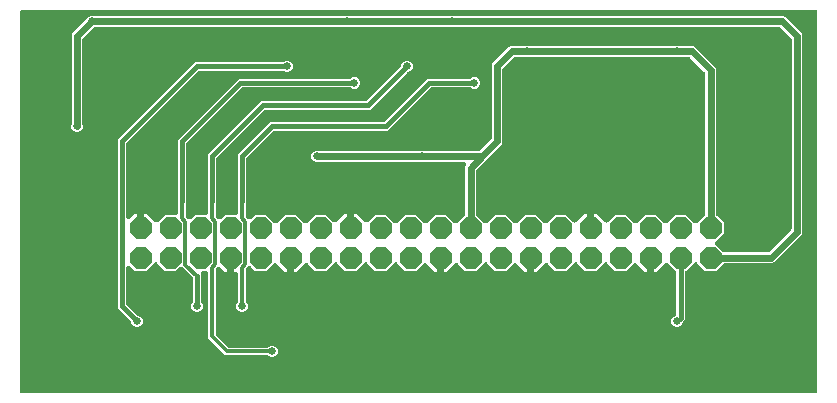
<source format=gbr>
G04 EAGLE Gerber RS-274X export*
G75*
%MOMM*%
%FSLAX34Y34*%
%LPD*%
%INBottom Copper*%
%IPPOS*%
%AMOC8*
5,1,8,0,0,1.08239X$1,22.5*%
G01*
%ADD10P,2.061953X8X202.500000*%
%ADD11C,0.654800*%
%ADD12C,0.609600*%
%ADD13C,0.406400*%
%ADD14C,0.304800*%

G36*
X675446Y2543D02*
X675446Y2543D01*
X675464Y2541D01*
X675646Y2562D01*
X675829Y2581D01*
X675846Y2586D01*
X675863Y2588D01*
X676038Y2645D01*
X676214Y2699D01*
X676229Y2707D01*
X676246Y2713D01*
X676406Y2803D01*
X676568Y2891D01*
X676581Y2902D01*
X676597Y2911D01*
X676736Y3031D01*
X676877Y3148D01*
X676888Y3162D01*
X676902Y3174D01*
X677014Y3319D01*
X677129Y3462D01*
X677137Y3478D01*
X677148Y3492D01*
X677230Y3657D01*
X677315Y3819D01*
X677320Y3836D01*
X677328Y3852D01*
X677375Y4031D01*
X677426Y4206D01*
X677428Y4224D01*
X677432Y4241D01*
X677459Y4572D01*
X677459Y325428D01*
X677457Y325446D01*
X677459Y325464D01*
X677438Y325646D01*
X677419Y325829D01*
X677414Y325846D01*
X677412Y325863D01*
X677355Y326038D01*
X677301Y326214D01*
X677293Y326229D01*
X677287Y326246D01*
X677197Y326406D01*
X677109Y326568D01*
X677098Y326581D01*
X677089Y326597D01*
X676969Y326736D01*
X676852Y326877D01*
X676838Y326888D01*
X676826Y326902D01*
X676681Y327014D01*
X676538Y327129D01*
X676522Y327137D01*
X676508Y327148D01*
X676343Y327230D01*
X676181Y327315D01*
X676164Y327320D01*
X676148Y327328D01*
X675969Y327375D01*
X675794Y327426D01*
X675776Y327428D01*
X675759Y327432D01*
X675428Y327459D01*
X4572Y327459D01*
X4554Y327457D01*
X4536Y327459D01*
X4354Y327438D01*
X4171Y327419D01*
X4154Y327414D01*
X4137Y327412D01*
X3962Y327355D01*
X3786Y327301D01*
X3771Y327293D01*
X3754Y327287D01*
X3594Y327197D01*
X3432Y327109D01*
X3419Y327098D01*
X3403Y327089D01*
X3264Y326969D01*
X3123Y326852D01*
X3112Y326838D01*
X3098Y326826D01*
X2986Y326681D01*
X2871Y326538D01*
X2863Y326522D01*
X2852Y326508D01*
X2770Y326343D01*
X2685Y326181D01*
X2680Y326164D01*
X2672Y326148D01*
X2625Y325969D01*
X2574Y325794D01*
X2572Y325776D01*
X2568Y325759D01*
X2541Y325428D01*
X2541Y4572D01*
X2543Y4554D01*
X2541Y4536D01*
X2562Y4354D01*
X2581Y4171D01*
X2586Y4154D01*
X2588Y4137D01*
X2645Y3962D01*
X2699Y3786D01*
X2707Y3771D01*
X2713Y3754D01*
X2803Y3594D01*
X2891Y3432D01*
X2902Y3419D01*
X2911Y3403D01*
X3031Y3264D01*
X3148Y3123D01*
X3162Y3112D01*
X3174Y3098D01*
X3319Y2986D01*
X3462Y2871D01*
X3478Y2863D01*
X3492Y2852D01*
X3657Y2770D01*
X3819Y2685D01*
X3836Y2680D01*
X3852Y2672D01*
X4031Y2625D01*
X4206Y2574D01*
X4224Y2572D01*
X4241Y2568D01*
X4572Y2541D01*
X675428Y2541D01*
X675446Y2543D01*
G37*
%LPC*%
G36*
X214945Y33301D02*
X214945Y33301D01*
X213182Y34032D01*
X212757Y34456D01*
X212741Y34469D01*
X212730Y34483D01*
X212725Y34486D01*
X212719Y34494D01*
X212581Y34601D01*
X212446Y34711D01*
X212422Y34724D01*
X212401Y34740D01*
X212244Y34818D01*
X212090Y34900D01*
X212065Y34908D01*
X212040Y34920D01*
X211871Y34965D01*
X211704Y35015D01*
X211678Y35017D01*
X211652Y35024D01*
X211321Y35051D01*
X176537Y35051D01*
X162051Y49537D01*
X162051Y104219D01*
X162049Y104237D01*
X162051Y104255D01*
X162030Y104437D01*
X162011Y104620D01*
X162006Y104637D01*
X162004Y104654D01*
X161947Y104829D01*
X161893Y105005D01*
X161885Y105020D01*
X161879Y105037D01*
X161789Y105197D01*
X161701Y105359D01*
X161690Y105372D01*
X161681Y105388D01*
X161561Y105527D01*
X161444Y105668D01*
X161430Y105679D01*
X161418Y105693D01*
X161273Y105805D01*
X161130Y105920D01*
X161114Y105928D01*
X161100Y105939D01*
X160935Y106021D01*
X160773Y106106D01*
X160756Y106111D01*
X160740Y106119D01*
X160561Y106166D01*
X160386Y106217D01*
X160368Y106219D01*
X160351Y106223D01*
X160020Y106250D01*
X157684Y106250D01*
X157675Y106249D01*
X157666Y106250D01*
X157475Y106229D01*
X157283Y106210D01*
X157274Y106208D01*
X157265Y106207D01*
X157082Y106149D01*
X156898Y106092D01*
X156890Y106088D01*
X156882Y106085D01*
X156714Y105992D01*
X156544Y105900D01*
X156537Y105895D01*
X156529Y105890D01*
X156382Y105766D01*
X156235Y105643D01*
X156229Y105636D01*
X156222Y105630D01*
X156102Y105478D01*
X155982Y105329D01*
X155978Y105321D01*
X155973Y105314D01*
X155885Y105141D01*
X155797Y104972D01*
X155794Y104963D01*
X155790Y104955D01*
X155739Y104770D01*
X155686Y104585D01*
X155685Y104576D01*
X155682Y104567D01*
X155668Y104375D01*
X155653Y104183D01*
X155654Y104175D01*
X155653Y104166D01*
X155677Y103973D01*
X155700Y103784D01*
X155702Y103775D01*
X155703Y103766D01*
X155765Y103583D01*
X155824Y103401D01*
X155829Y103393D01*
X155832Y103384D01*
X155928Y103218D01*
X155957Y103166D01*
X155957Y80271D01*
X155959Y80245D01*
X155957Y80218D01*
X155979Y80044D01*
X155997Y79870D01*
X156004Y79845D01*
X156008Y79818D01*
X156063Y79653D01*
X156115Y79486D01*
X156128Y79462D01*
X156136Y79437D01*
X156223Y79285D01*
X156307Y79132D01*
X156324Y79111D01*
X156337Y79088D01*
X156456Y78947D01*
X157199Y77155D01*
X157199Y75245D01*
X156468Y73482D01*
X155118Y72132D01*
X153355Y71401D01*
X151445Y71401D01*
X149682Y72132D01*
X148332Y73482D01*
X147601Y75245D01*
X147601Y77155D01*
X148345Y78949D01*
X148393Y79011D01*
X148503Y79146D01*
X148516Y79170D01*
X148532Y79191D01*
X148610Y79348D01*
X148692Y79502D01*
X148700Y79527D01*
X148712Y79552D01*
X148757Y79721D01*
X148807Y79888D01*
X148809Y79914D01*
X148816Y79940D01*
X148843Y80271D01*
X148843Y100004D01*
X148841Y100030D01*
X148843Y100057D01*
X148821Y100231D01*
X148803Y100404D01*
X148796Y100430D01*
X148792Y100457D01*
X148737Y100622D01*
X148685Y100789D01*
X148672Y100813D01*
X148664Y100838D01*
X148577Y100990D01*
X148493Y101143D01*
X148476Y101164D01*
X148463Y101187D01*
X148248Y101440D01*
X142005Y107683D01*
X140494Y109195D01*
X140480Y109206D01*
X140469Y109219D01*
X140324Y109334D01*
X140182Y109450D01*
X140167Y109458D01*
X140153Y109469D01*
X139989Y109552D01*
X139827Y109638D01*
X139810Y109643D01*
X139794Y109651D01*
X139617Y109701D01*
X139441Y109753D01*
X139423Y109755D01*
X139406Y109759D01*
X139223Y109773D01*
X139040Y109789D01*
X139022Y109788D01*
X139004Y109789D01*
X138822Y109766D01*
X138640Y109746D01*
X138623Y109741D01*
X138605Y109738D01*
X138431Y109680D01*
X138256Y109625D01*
X138240Y109616D01*
X138223Y109610D01*
X138064Y109519D01*
X137903Y109430D01*
X137890Y109418D01*
X137874Y109409D01*
X137621Y109195D01*
X134677Y106250D01*
X125523Y106250D01*
X118836Y112937D01*
X118822Y112948D01*
X118811Y112962D01*
X118667Y113075D01*
X118525Y113192D01*
X118509Y113200D01*
X118495Y113212D01*
X118331Y113295D01*
X118169Y113381D01*
X118152Y113386D01*
X118136Y113394D01*
X117959Y113443D01*
X117783Y113495D01*
X117765Y113497D01*
X117748Y113502D01*
X117565Y113515D01*
X117382Y113532D01*
X117364Y113530D01*
X117347Y113531D01*
X117165Y113508D01*
X116982Y113488D01*
X116965Y113483D01*
X116947Y113481D01*
X116773Y113422D01*
X116598Y113367D01*
X116582Y113358D01*
X116566Y113353D01*
X116406Y113261D01*
X116246Y113172D01*
X116232Y113161D01*
X116217Y113152D01*
X115964Y112937D01*
X109277Y106250D01*
X100123Y106250D01*
X95924Y110449D01*
X95917Y110455D01*
X95912Y110462D01*
X95762Y110582D01*
X95613Y110704D01*
X95605Y110708D01*
X95598Y110714D01*
X95428Y110802D01*
X95257Y110893D01*
X95248Y110895D01*
X95241Y110899D01*
X95056Y110953D01*
X94871Y111008D01*
X94862Y111008D01*
X94854Y111011D01*
X94662Y111026D01*
X94470Y111044D01*
X94461Y111043D01*
X94452Y111044D01*
X94263Y111021D01*
X94070Y111001D01*
X94061Y110998D01*
X94053Y110997D01*
X93871Y110937D01*
X93686Y110879D01*
X93678Y110875D01*
X93670Y110872D01*
X93501Y110777D01*
X93334Y110684D01*
X93327Y110678D01*
X93319Y110674D01*
X93173Y110548D01*
X93027Y110424D01*
X93021Y110417D01*
X93014Y110411D01*
X92897Y110259D01*
X92777Y110108D01*
X92773Y110100D01*
X92768Y110093D01*
X92682Y109921D01*
X92595Y109749D01*
X92592Y109740D01*
X92588Y109732D01*
X92538Y109546D01*
X92487Y109361D01*
X92486Y109352D01*
X92484Y109343D01*
X92457Y109013D01*
X92457Y78515D01*
X92459Y78488D01*
X92457Y78461D01*
X92479Y78287D01*
X92497Y78114D01*
X92504Y78089D01*
X92508Y78062D01*
X92563Y77896D01*
X92615Y77729D01*
X92628Y77706D01*
X92636Y77680D01*
X92723Y77529D01*
X92807Y77375D01*
X92824Y77355D01*
X92837Y77331D01*
X93052Y77078D01*
X101236Y68894D01*
X101257Y68877D01*
X101275Y68856D01*
X101412Y68749D01*
X101548Y68639D01*
X101571Y68626D01*
X101593Y68610D01*
X101750Y68532D01*
X101904Y68450D01*
X101929Y68442D01*
X101953Y68430D01*
X102123Y68385D01*
X102289Y68335D01*
X102316Y68333D01*
X102342Y68326D01*
X102525Y68311D01*
X104318Y67568D01*
X105668Y66218D01*
X106399Y64455D01*
X106399Y62545D01*
X105668Y60782D01*
X104318Y59432D01*
X102555Y58701D01*
X100645Y58701D01*
X98882Y59432D01*
X97532Y60782D01*
X96789Y62576D01*
X96779Y62655D01*
X96761Y62828D01*
X96754Y62853D01*
X96750Y62880D01*
X96695Y63046D01*
X96643Y63213D01*
X96630Y63236D01*
X96622Y63262D01*
X96535Y63413D01*
X96451Y63567D01*
X96434Y63587D01*
X96421Y63611D01*
X96206Y63864D01*
X85343Y74727D01*
X85343Y217373D01*
X150927Y282957D01*
X224529Y282957D01*
X224556Y282959D01*
X224582Y282957D01*
X224756Y282979D01*
X224930Y282997D01*
X224955Y283004D01*
X224982Y283008D01*
X225147Y283064D01*
X225314Y283115D01*
X225338Y283128D01*
X225364Y283136D01*
X225515Y283223D01*
X225669Y283307D01*
X225689Y283324D01*
X225712Y283337D01*
X225853Y283456D01*
X227645Y284199D01*
X229555Y284199D01*
X231318Y283468D01*
X232668Y282118D01*
X233399Y280355D01*
X233399Y278445D01*
X232668Y276682D01*
X231318Y275332D01*
X229555Y274601D01*
X227645Y274601D01*
X225851Y275345D01*
X225789Y275393D01*
X225654Y275503D01*
X225630Y275516D01*
X225609Y275532D01*
X225453Y275610D01*
X225298Y275692D01*
X225272Y275700D01*
X225248Y275712D01*
X225080Y275757D01*
X224912Y275807D01*
X224886Y275809D01*
X224860Y275816D01*
X224529Y275843D01*
X154715Y275843D01*
X154688Y275841D01*
X154661Y275843D01*
X154487Y275821D01*
X154314Y275803D01*
X154289Y275796D01*
X154262Y275792D01*
X154096Y275737D01*
X153929Y275685D01*
X153906Y275672D01*
X153880Y275664D01*
X153729Y275577D01*
X153575Y275493D01*
X153555Y275476D01*
X153531Y275463D01*
X153278Y275248D01*
X93052Y215022D01*
X93035Y215001D01*
X93014Y214983D01*
X92907Y214846D01*
X92797Y214710D01*
X92784Y214687D01*
X92768Y214665D01*
X92690Y214508D01*
X92608Y214354D01*
X92600Y214329D01*
X92588Y214305D01*
X92543Y214135D01*
X92493Y213969D01*
X92491Y213942D01*
X92484Y213916D01*
X92457Y213585D01*
X92457Y152424D01*
X92458Y152415D01*
X92457Y152406D01*
X92478Y152214D01*
X92497Y152023D01*
X92499Y152015D01*
X92500Y152006D01*
X92558Y151824D01*
X92615Y151639D01*
X92619Y151631D01*
X92622Y151622D01*
X92715Y151454D01*
X92807Y151285D01*
X92812Y151278D01*
X92817Y151270D01*
X92941Y151123D01*
X93064Y150975D01*
X93071Y150970D01*
X93077Y150963D01*
X93228Y150844D01*
X93378Y150723D01*
X93386Y150719D01*
X93393Y150713D01*
X93566Y150625D01*
X93735Y150537D01*
X93744Y150535D01*
X93752Y150531D01*
X93938Y150479D01*
X94122Y150426D01*
X94131Y150425D01*
X94140Y150423D01*
X94333Y150409D01*
X94524Y150393D01*
X94532Y150394D01*
X94541Y150394D01*
X94734Y150418D01*
X94923Y150440D01*
X94932Y150443D01*
X94941Y150444D01*
X95124Y150505D01*
X95306Y150565D01*
X95314Y150569D01*
X95322Y150572D01*
X95489Y150668D01*
X95657Y150763D01*
X95664Y150769D01*
X95671Y150773D01*
X95924Y150988D01*
X99702Y154766D01*
X101526Y154766D01*
X101526Y143843D01*
X101527Y143825D01*
X101526Y143808D01*
X101547Y143625D01*
X101566Y143443D01*
X101571Y143426D01*
X101573Y143408D01*
X101630Y143233D01*
X101684Y143058D01*
X101692Y143042D01*
X101698Y143025D01*
X101788Y142865D01*
X101875Y142704D01*
X101887Y142690D01*
X101896Y142674D01*
X102016Y142535D01*
X102133Y142394D01*
X102147Y142383D01*
X102159Y142370D01*
X102304Y142257D01*
X102447Y142142D01*
X102463Y142134D01*
X102477Y142123D01*
X102642Y142041D01*
X102804Y141957D01*
X102821Y141952D01*
X102837Y141944D01*
X103016Y141896D01*
X103191Y141845D01*
X103209Y141844D01*
X103226Y141839D01*
X103557Y141812D01*
X105843Y141812D01*
X105861Y141814D01*
X105879Y141812D01*
X106061Y141834D01*
X106244Y141852D01*
X106261Y141857D01*
X106278Y141859D01*
X106453Y141916D01*
X106629Y141970D01*
X106644Y141978D01*
X106661Y141984D01*
X106821Y142074D01*
X106983Y142162D01*
X106996Y142173D01*
X107012Y142182D01*
X107151Y142302D01*
X107292Y142420D01*
X107303Y142433D01*
X107317Y142445D01*
X107429Y142590D01*
X107544Y142733D01*
X107552Y142749D01*
X107563Y142763D01*
X107645Y142928D01*
X107730Y143091D01*
X107735Y143108D01*
X107743Y143124D01*
X107790Y143302D01*
X107841Y143477D01*
X107843Y143495D01*
X107847Y143512D01*
X107874Y143843D01*
X107874Y154766D01*
X109698Y154766D01*
X116682Y147781D01*
X116696Y147770D01*
X116707Y147756D01*
X116852Y147643D01*
X116994Y147526D01*
X117009Y147518D01*
X117023Y147507D01*
X117187Y147424D01*
X117349Y147338D01*
X117366Y147333D01*
X117382Y147325D01*
X117560Y147275D01*
X117735Y147223D01*
X117753Y147221D01*
X117770Y147217D01*
X117953Y147203D01*
X118136Y147187D01*
X118154Y147188D01*
X118172Y147187D01*
X118354Y147210D01*
X118536Y147230D01*
X118553Y147235D01*
X118571Y147238D01*
X118745Y147296D01*
X118920Y147351D01*
X118936Y147360D01*
X118953Y147366D01*
X119112Y147458D01*
X119273Y147546D01*
X119286Y147558D01*
X119302Y147567D01*
X119555Y147781D01*
X125523Y153750D01*
X134620Y153750D01*
X134638Y153752D01*
X134656Y153750D01*
X134838Y153771D01*
X135021Y153790D01*
X135038Y153795D01*
X135055Y153797D01*
X135230Y153854D01*
X135406Y153908D01*
X135421Y153916D01*
X135438Y153922D01*
X135598Y154012D01*
X135760Y154100D01*
X135773Y154111D01*
X135789Y154120D01*
X135928Y154240D01*
X136069Y154357D01*
X136080Y154371D01*
X136094Y154383D01*
X136206Y154528D01*
X136321Y154671D01*
X136329Y154687D01*
X136340Y154701D01*
X136422Y154865D01*
X136507Y155028D01*
X136512Y155045D01*
X136520Y155061D01*
X136567Y155240D01*
X136618Y155415D01*
X136620Y155433D01*
X136624Y155450D01*
X136651Y155781D01*
X136651Y162277D01*
X136649Y162304D01*
X136651Y162331D01*
X136629Y162505D01*
X136611Y162678D01*
X136604Y162703D01*
X136600Y162730D01*
X136545Y162896D01*
X136493Y163063D01*
X136480Y163086D01*
X136472Y163112D01*
X136385Y163263D01*
X136301Y163417D01*
X136284Y163437D01*
X136271Y163461D01*
X136143Y163611D01*
X136143Y217373D01*
X187757Y268987D01*
X281679Y268987D01*
X281705Y268989D01*
X281732Y268987D01*
X281906Y269009D01*
X282080Y269027D01*
X282105Y269034D01*
X282132Y269038D01*
X282297Y269093D01*
X282464Y269145D01*
X282488Y269158D01*
X282513Y269166D01*
X282665Y269253D01*
X282818Y269337D01*
X282839Y269354D01*
X282862Y269367D01*
X283003Y269486D01*
X284795Y270229D01*
X286705Y270229D01*
X288468Y269498D01*
X289818Y268148D01*
X290549Y266385D01*
X290549Y264475D01*
X289818Y262712D01*
X288468Y261362D01*
X286705Y260631D01*
X284795Y260631D01*
X283001Y261375D01*
X282939Y261423D01*
X282804Y261533D01*
X282780Y261546D01*
X282759Y261562D01*
X282602Y261640D01*
X282448Y261722D01*
X282423Y261730D01*
X282398Y261742D01*
X282229Y261787D01*
X282062Y261837D01*
X282036Y261839D01*
X282010Y261846D01*
X281679Y261873D01*
X191545Y261873D01*
X191518Y261871D01*
X191491Y261873D01*
X191317Y261851D01*
X191144Y261833D01*
X191119Y261826D01*
X191092Y261822D01*
X190926Y261767D01*
X190759Y261715D01*
X190736Y261702D01*
X190710Y261694D01*
X190559Y261607D01*
X190405Y261523D01*
X190385Y261506D01*
X190361Y261493D01*
X190108Y261278D01*
X143852Y215022D01*
X143835Y215001D01*
X143814Y214983D01*
X143707Y214846D01*
X143597Y214710D01*
X143584Y214687D01*
X143568Y214665D01*
X143490Y214508D01*
X143408Y214354D01*
X143400Y214329D01*
X143388Y214305D01*
X143343Y214135D01*
X143293Y213969D01*
X143291Y213942D01*
X143284Y213916D01*
X143257Y213585D01*
X143257Y163611D01*
X143199Y163538D01*
X143089Y163402D01*
X143076Y163379D01*
X143060Y163357D01*
X142982Y163200D01*
X142900Y163046D01*
X142892Y163021D01*
X142880Y162997D01*
X142835Y162827D01*
X142785Y162661D01*
X142783Y162634D01*
X142776Y162608D01*
X142749Y162277D01*
X142749Y152985D01*
X142751Y152959D01*
X142749Y152932D01*
X142771Y152758D01*
X142789Y152585D01*
X142796Y152559D01*
X142800Y152532D01*
X142856Y152366D01*
X142907Y152200D01*
X142919Y152176D01*
X142928Y152151D01*
X143015Y151999D01*
X143099Y151846D01*
X143116Y151825D01*
X143129Y151802D01*
X143344Y151549D01*
X144597Y150296D01*
X144610Y150285D01*
X144622Y150271D01*
X144766Y150157D01*
X144908Y150041D01*
X144924Y150032D01*
X144938Y150021D01*
X145102Y149938D01*
X145264Y149852D01*
X145281Y149847D01*
X145297Y149839D01*
X145474Y149790D01*
X145650Y149737D01*
X145667Y149736D01*
X145685Y149731D01*
X145868Y149718D01*
X146051Y149701D01*
X146068Y149703D01*
X146086Y149702D01*
X146268Y149725D01*
X146451Y149744D01*
X146468Y149750D01*
X146486Y149752D01*
X146659Y149810D01*
X146835Y149866D01*
X146850Y149875D01*
X146867Y149880D01*
X147026Y149972D01*
X147187Y150061D01*
X147201Y150072D01*
X147216Y150081D01*
X147469Y150296D01*
X150923Y153750D01*
X160020Y153750D01*
X160038Y153752D01*
X160056Y153750D01*
X160238Y153771D01*
X160421Y153790D01*
X160438Y153795D01*
X160455Y153797D01*
X160630Y153854D01*
X160806Y153908D01*
X160821Y153916D01*
X160838Y153922D01*
X160998Y154012D01*
X161160Y154100D01*
X161173Y154111D01*
X161189Y154120D01*
X161328Y154240D01*
X161469Y154357D01*
X161480Y154371D01*
X161494Y154383D01*
X161606Y154528D01*
X161721Y154671D01*
X161729Y154687D01*
X161740Y154701D01*
X161822Y154865D01*
X161907Y155028D01*
X161912Y155045D01*
X161920Y155061D01*
X161967Y155240D01*
X162018Y155415D01*
X162020Y155433D01*
X162024Y155450D01*
X162051Y155781D01*
X162051Y162277D01*
X162049Y162304D01*
X162051Y162331D01*
X162029Y162505D01*
X162011Y162678D01*
X162004Y162703D01*
X162000Y162730D01*
X161945Y162896D01*
X161893Y163063D01*
X161880Y163086D01*
X161872Y163112D01*
X161785Y163263D01*
X161701Y163417D01*
X161684Y163437D01*
X161671Y163461D01*
X161543Y163611D01*
X161543Y204673D01*
X206807Y249937D01*
X294865Y249937D01*
X294892Y249939D01*
X294919Y249937D01*
X295093Y249959D01*
X295266Y249977D01*
X295291Y249984D01*
X295318Y249988D01*
X295484Y250043D01*
X295651Y250095D01*
X295674Y250108D01*
X295700Y250116D01*
X295851Y250203D01*
X296005Y250287D01*
X296025Y250304D01*
X296049Y250317D01*
X296302Y250532D01*
X324806Y279036D01*
X324823Y279057D01*
X324844Y279075D01*
X324951Y279212D01*
X325061Y279348D01*
X325074Y279371D01*
X325090Y279393D01*
X325168Y279550D01*
X325250Y279704D01*
X325258Y279729D01*
X325270Y279753D01*
X325315Y279923D01*
X325365Y280089D01*
X325367Y280116D01*
X325374Y280142D01*
X325389Y280325D01*
X326132Y282118D01*
X327482Y283468D01*
X329245Y284199D01*
X331155Y284199D01*
X332918Y283468D01*
X334268Y282118D01*
X334999Y280355D01*
X334999Y278445D01*
X334268Y276682D01*
X332918Y275332D01*
X331124Y274589D01*
X331045Y274579D01*
X330872Y274561D01*
X330847Y274554D01*
X330820Y274550D01*
X330654Y274495D01*
X330487Y274443D01*
X330464Y274430D01*
X330438Y274422D01*
X330287Y274335D01*
X330133Y274251D01*
X330113Y274234D01*
X330089Y274221D01*
X329836Y274006D01*
X298653Y242823D01*
X210595Y242823D01*
X210568Y242821D01*
X210541Y242823D01*
X210367Y242801D01*
X210194Y242783D01*
X210169Y242776D01*
X210142Y242772D01*
X209976Y242717D01*
X209809Y242665D01*
X209786Y242652D01*
X209760Y242644D01*
X209609Y242557D01*
X209455Y242473D01*
X209435Y242456D01*
X209411Y242443D01*
X209158Y242228D01*
X169252Y202322D01*
X169235Y202301D01*
X169214Y202283D01*
X169107Y202146D01*
X168997Y202010D01*
X168984Y201987D01*
X168968Y201965D01*
X168890Y201808D01*
X168808Y201654D01*
X168800Y201629D01*
X168788Y201605D01*
X168743Y201435D01*
X168693Y201269D01*
X168691Y201242D01*
X168684Y201216D01*
X168657Y200885D01*
X168657Y163611D01*
X168599Y163538D01*
X168489Y163402D01*
X168476Y163379D01*
X168460Y163357D01*
X168382Y163200D01*
X168300Y163046D01*
X168292Y163021D01*
X168280Y162997D01*
X168235Y162827D01*
X168185Y162661D01*
X168183Y162634D01*
X168176Y162608D01*
X168149Y162277D01*
X168149Y152985D01*
X168151Y152959D01*
X168149Y152932D01*
X168171Y152758D01*
X168189Y152585D01*
X168196Y152559D01*
X168200Y152532D01*
X168256Y152366D01*
X168307Y152200D01*
X168319Y152176D01*
X168328Y152151D01*
X168415Y151999D01*
X168499Y151846D01*
X168516Y151825D01*
X168529Y151802D01*
X168744Y151549D01*
X169997Y150296D01*
X170010Y150285D01*
X170022Y150271D01*
X170166Y150157D01*
X170308Y150041D01*
X170324Y150032D01*
X170338Y150021D01*
X170502Y149938D01*
X170664Y149852D01*
X170681Y149847D01*
X170697Y149839D01*
X170874Y149790D01*
X171050Y149737D01*
X171067Y149736D01*
X171085Y149731D01*
X171268Y149718D01*
X171451Y149701D01*
X171468Y149703D01*
X171486Y149702D01*
X171668Y149725D01*
X171851Y149744D01*
X171868Y149750D01*
X171886Y149752D01*
X172059Y149810D01*
X172235Y149866D01*
X172250Y149875D01*
X172267Y149880D01*
X172426Y149972D01*
X172587Y150061D01*
X172601Y150072D01*
X172616Y150081D01*
X172869Y150296D01*
X176323Y153750D01*
X185420Y153750D01*
X185438Y153752D01*
X185456Y153750D01*
X185638Y153771D01*
X185821Y153790D01*
X185838Y153795D01*
X185855Y153797D01*
X186030Y153854D01*
X186206Y153908D01*
X186221Y153916D01*
X186238Y153922D01*
X186398Y154012D01*
X186560Y154100D01*
X186573Y154111D01*
X186589Y154120D01*
X186728Y154240D01*
X186869Y154357D01*
X186880Y154371D01*
X186894Y154383D01*
X187006Y154528D01*
X187121Y154671D01*
X187129Y154687D01*
X187140Y154701D01*
X187222Y154865D01*
X187307Y155028D01*
X187312Y155045D01*
X187320Y155061D01*
X187367Y155240D01*
X187418Y155415D01*
X187420Y155433D01*
X187424Y155450D01*
X187451Y155781D01*
X187451Y162277D01*
X187449Y162304D01*
X187451Y162331D01*
X187429Y162504D01*
X187411Y162678D01*
X187403Y162704D01*
X187400Y162730D01*
X187345Y162896D01*
X187293Y163063D01*
X187280Y163086D01*
X187272Y163112D01*
X187185Y163264D01*
X187101Y163417D01*
X187084Y163437D01*
X187071Y163461D01*
X186943Y163611D01*
X186943Y204673D01*
X214427Y232157D01*
X310105Y232157D01*
X310132Y232159D01*
X310159Y232157D01*
X310333Y232179D01*
X310506Y232197D01*
X310531Y232204D01*
X310558Y232208D01*
X310724Y232263D01*
X310891Y232315D01*
X310914Y232328D01*
X310940Y232336D01*
X311091Y232423D01*
X311245Y232507D01*
X311265Y232524D01*
X311289Y232537D01*
X311542Y232752D01*
X347777Y268987D01*
X383279Y268987D01*
X383305Y268989D01*
X383332Y268987D01*
X383506Y269009D01*
X383680Y269027D01*
X383705Y269034D01*
X383732Y269038D01*
X383897Y269093D01*
X384064Y269145D01*
X384088Y269158D01*
X384113Y269166D01*
X384265Y269253D01*
X384418Y269337D01*
X384439Y269354D01*
X384462Y269367D01*
X384603Y269486D01*
X386395Y270229D01*
X388305Y270229D01*
X390068Y269498D01*
X391418Y268148D01*
X392149Y266385D01*
X392149Y264475D01*
X391418Y262712D01*
X390068Y261362D01*
X388305Y260631D01*
X386395Y260631D01*
X384601Y261375D01*
X384539Y261423D01*
X384404Y261533D01*
X384380Y261546D01*
X384359Y261562D01*
X384202Y261640D01*
X384048Y261722D01*
X384023Y261730D01*
X383998Y261742D01*
X383829Y261787D01*
X383662Y261837D01*
X383636Y261839D01*
X383610Y261846D01*
X383279Y261873D01*
X351565Y261873D01*
X351538Y261871D01*
X351511Y261873D01*
X351337Y261851D01*
X351164Y261833D01*
X351139Y261826D01*
X351112Y261822D01*
X350946Y261767D01*
X350779Y261715D01*
X350756Y261702D01*
X350730Y261694D01*
X350579Y261607D01*
X350425Y261523D01*
X350405Y261506D01*
X350381Y261493D01*
X350128Y261278D01*
X313893Y225043D01*
X218215Y225043D01*
X218188Y225041D01*
X218161Y225043D01*
X217987Y225021D01*
X217814Y225003D01*
X217789Y224996D01*
X217762Y224992D01*
X217596Y224937D01*
X217429Y224885D01*
X217406Y224872D01*
X217380Y224864D01*
X217229Y224777D01*
X217075Y224693D01*
X217055Y224676D01*
X217031Y224663D01*
X216778Y224448D01*
X194652Y202322D01*
X194635Y202301D01*
X194614Y202283D01*
X194507Y202146D01*
X194397Y202010D01*
X194384Y201987D01*
X194368Y201965D01*
X194290Y201808D01*
X194208Y201654D01*
X194200Y201629D01*
X194188Y201605D01*
X194143Y201435D01*
X194093Y201269D01*
X194091Y201242D01*
X194084Y201216D01*
X194057Y200885D01*
X194057Y163611D01*
X193999Y163537D01*
X193889Y163402D01*
X193876Y163379D01*
X193860Y163357D01*
X193782Y163201D01*
X193700Y163047D01*
X193692Y163021D01*
X193680Y162997D01*
X193635Y162828D01*
X193585Y162661D01*
X193583Y162634D01*
X193576Y162608D01*
X193549Y162277D01*
X193549Y152985D01*
X193551Y152959D01*
X193549Y152932D01*
X193571Y152758D01*
X193589Y152584D01*
X193596Y152559D01*
X193600Y152532D01*
X193655Y152367D01*
X193707Y152200D01*
X193720Y152176D01*
X193728Y152151D01*
X193815Y151999D01*
X193899Y151846D01*
X193916Y151825D01*
X193929Y151802D01*
X194144Y151549D01*
X195397Y150296D01*
X195410Y150285D01*
X195422Y150271D01*
X195566Y150157D01*
X195708Y150041D01*
X195724Y150032D01*
X195738Y150021D01*
X195902Y149938D01*
X196064Y149852D01*
X196081Y149847D01*
X196097Y149839D01*
X196274Y149790D01*
X196450Y149737D01*
X196467Y149736D01*
X196485Y149731D01*
X196668Y149718D01*
X196851Y149701D01*
X196868Y149703D01*
X196886Y149702D01*
X197068Y149725D01*
X197251Y149744D01*
X197268Y149750D01*
X197286Y149752D01*
X197459Y149810D01*
X197635Y149866D01*
X197650Y149875D01*
X197667Y149880D01*
X197827Y149972D01*
X197987Y150061D01*
X198001Y150072D01*
X198016Y150081D01*
X198269Y150296D01*
X201723Y153750D01*
X210877Y153750D01*
X217564Y147063D01*
X217578Y147052D01*
X217589Y147038D01*
X217733Y146925D01*
X217875Y146808D01*
X217891Y146800D01*
X217905Y146788D01*
X218069Y146705D01*
X218231Y146619D01*
X218248Y146614D01*
X218264Y146606D01*
X218441Y146557D01*
X218617Y146505D01*
X218635Y146503D01*
X218652Y146498D01*
X218835Y146485D01*
X219018Y146468D01*
X219036Y146470D01*
X219053Y146469D01*
X219235Y146492D01*
X219418Y146512D01*
X219435Y146517D01*
X219453Y146519D01*
X219627Y146578D01*
X219802Y146633D01*
X219818Y146642D01*
X219834Y146647D01*
X219994Y146739D01*
X220154Y146828D01*
X220168Y146839D01*
X220183Y146848D01*
X220436Y147063D01*
X227123Y153750D01*
X236277Y153750D01*
X242964Y147063D01*
X242978Y147052D01*
X242989Y147038D01*
X243133Y146925D01*
X243275Y146808D01*
X243291Y146800D01*
X243305Y146788D01*
X243469Y146705D01*
X243631Y146619D01*
X243648Y146614D01*
X243664Y146606D01*
X243841Y146557D01*
X244017Y146505D01*
X244035Y146503D01*
X244052Y146498D01*
X244235Y146485D01*
X244418Y146468D01*
X244436Y146470D01*
X244453Y146469D01*
X244635Y146492D01*
X244818Y146512D01*
X244835Y146517D01*
X244853Y146519D01*
X245027Y146578D01*
X245202Y146633D01*
X245218Y146642D01*
X245234Y146647D01*
X245394Y146739D01*
X245554Y146828D01*
X245568Y146839D01*
X245583Y146848D01*
X245836Y147063D01*
X252523Y153750D01*
X261677Y153750D01*
X267645Y147781D01*
X267659Y147770D01*
X267671Y147756D01*
X267814Y147643D01*
X267957Y147526D01*
X267973Y147518D01*
X267987Y147507D01*
X268151Y147423D01*
X268313Y147338D01*
X268330Y147333D01*
X268346Y147325D01*
X268523Y147275D01*
X268698Y147223D01*
X268716Y147221D01*
X268733Y147217D01*
X268917Y147203D01*
X269099Y147187D01*
X269117Y147188D01*
X269135Y147187D01*
X269317Y147210D01*
X269500Y147230D01*
X269517Y147235D01*
X269534Y147238D01*
X269708Y147296D01*
X269883Y147351D01*
X269899Y147360D01*
X269916Y147366D01*
X270076Y147458D01*
X270236Y147546D01*
X270249Y147558D01*
X270265Y147567D01*
X270518Y147781D01*
X277502Y154766D01*
X279326Y154766D01*
X279326Y143843D01*
X279327Y143825D01*
X279326Y143808D01*
X279347Y143625D01*
X279366Y143443D01*
X279371Y143426D01*
X279373Y143408D01*
X279430Y143233D01*
X279484Y143058D01*
X279492Y143042D01*
X279498Y143025D01*
X279588Y142865D01*
X279675Y142704D01*
X279687Y142690D01*
X279696Y142674D01*
X279816Y142535D01*
X279933Y142394D01*
X279947Y142383D01*
X279959Y142370D01*
X280104Y142257D01*
X280247Y142142D01*
X280263Y142134D01*
X280277Y142123D01*
X280442Y142041D01*
X280604Y141957D01*
X280621Y141952D01*
X280637Y141944D01*
X280816Y141896D01*
X280991Y141845D01*
X281009Y141844D01*
X281026Y141839D01*
X281357Y141812D01*
X283643Y141812D01*
X283661Y141814D01*
X283679Y141812D01*
X283861Y141834D01*
X284044Y141852D01*
X284061Y141857D01*
X284078Y141859D01*
X284253Y141916D01*
X284429Y141970D01*
X284444Y141978D01*
X284461Y141984D01*
X284621Y142074D01*
X284783Y142162D01*
X284796Y142173D01*
X284812Y142182D01*
X284951Y142302D01*
X285092Y142420D01*
X285103Y142433D01*
X285117Y142445D01*
X285229Y142590D01*
X285344Y142733D01*
X285352Y142749D01*
X285363Y142763D01*
X285445Y142928D01*
X285530Y143091D01*
X285535Y143108D01*
X285543Y143124D01*
X285590Y143302D01*
X285641Y143477D01*
X285643Y143495D01*
X285647Y143512D01*
X285674Y143843D01*
X285674Y154766D01*
X287498Y154766D01*
X294482Y147781D01*
X294496Y147770D01*
X294507Y147756D01*
X294651Y147643D01*
X294794Y147526D01*
X294809Y147518D01*
X294823Y147507D01*
X294988Y147423D01*
X295149Y147338D01*
X295166Y147333D01*
X295182Y147325D01*
X295360Y147275D01*
X295535Y147223D01*
X295553Y147221D01*
X295570Y147217D01*
X295753Y147203D01*
X295936Y147187D01*
X295954Y147188D01*
X295972Y147187D01*
X296154Y147210D01*
X296336Y147230D01*
X296353Y147235D01*
X296371Y147238D01*
X296545Y147296D01*
X296720Y147351D01*
X296736Y147360D01*
X296753Y147366D01*
X296912Y147458D01*
X297073Y147546D01*
X297086Y147558D01*
X297102Y147567D01*
X297355Y147781D01*
X303323Y153750D01*
X312477Y153750D01*
X319164Y147063D01*
X319178Y147052D01*
X319189Y147038D01*
X319333Y146925D01*
X319475Y146808D01*
X319491Y146800D01*
X319505Y146788D01*
X319669Y146705D01*
X319831Y146619D01*
X319848Y146614D01*
X319864Y146606D01*
X320041Y146557D01*
X320217Y146505D01*
X320235Y146503D01*
X320252Y146498D01*
X320435Y146485D01*
X320618Y146468D01*
X320636Y146470D01*
X320653Y146469D01*
X320835Y146492D01*
X321018Y146512D01*
X321035Y146517D01*
X321053Y146519D01*
X321227Y146578D01*
X321402Y146633D01*
X321418Y146642D01*
X321434Y146647D01*
X321594Y146739D01*
X321754Y146828D01*
X321768Y146839D01*
X321783Y146848D01*
X322036Y147063D01*
X328723Y153750D01*
X337877Y153750D01*
X344564Y147063D01*
X344577Y147052D01*
X344589Y147038D01*
X344733Y146924D01*
X344875Y146808D01*
X344891Y146800D01*
X344905Y146788D01*
X345069Y146705D01*
X345231Y146619D01*
X345248Y146614D01*
X345264Y146606D01*
X345441Y146557D01*
X345617Y146505D01*
X345635Y146503D01*
X345652Y146498D01*
X345835Y146485D01*
X346018Y146468D01*
X346036Y146470D01*
X346053Y146469D01*
X346235Y146492D01*
X346418Y146512D01*
X346435Y146517D01*
X346453Y146519D01*
X346626Y146577D01*
X346802Y146633D01*
X346818Y146642D01*
X346834Y146647D01*
X346994Y146739D01*
X347154Y146828D01*
X347168Y146839D01*
X347183Y146848D01*
X347436Y147063D01*
X354123Y153750D01*
X363277Y153750D01*
X369964Y147063D01*
X369978Y147052D01*
X369989Y147038D01*
X370133Y146925D01*
X370275Y146808D01*
X370291Y146800D01*
X370305Y146788D01*
X370469Y146705D01*
X370631Y146619D01*
X370648Y146614D01*
X370664Y146606D01*
X370841Y146557D01*
X371017Y146505D01*
X371035Y146503D01*
X371052Y146498D01*
X371235Y146485D01*
X371418Y146468D01*
X371436Y146470D01*
X371453Y146469D01*
X371635Y146492D01*
X371818Y146512D01*
X371835Y146517D01*
X371853Y146519D01*
X372027Y146578D01*
X372202Y146633D01*
X372218Y146642D01*
X372234Y146647D01*
X372394Y146739D01*
X372554Y146828D01*
X372568Y146839D01*
X372583Y146848D01*
X372836Y147063D01*
X378932Y153159D01*
X378949Y153180D01*
X378970Y153197D01*
X379077Y153335D01*
X379187Y153471D01*
X379200Y153494D01*
X379216Y153515D01*
X379294Y153672D01*
X379376Y153826D01*
X379384Y153852D01*
X379396Y153876D01*
X379441Y154045D01*
X379491Y154212D01*
X379493Y154239D01*
X379500Y154265D01*
X379527Y154595D01*
X379527Y194510D01*
X380070Y195819D01*
X380073Y195832D01*
X380080Y195843D01*
X380131Y196024D01*
X380186Y196204D01*
X380187Y196217D01*
X380191Y196230D01*
X380206Y196419D01*
X380224Y196605D01*
X380223Y196618D01*
X380224Y196632D01*
X380202Y196818D01*
X380183Y197005D01*
X380179Y197018D01*
X380177Y197031D01*
X380119Y197209D01*
X380063Y197390D01*
X380056Y197401D01*
X380052Y197414D01*
X379960Y197578D01*
X379869Y197743D01*
X379861Y197753D01*
X379854Y197765D01*
X379731Y197907D01*
X379610Y198051D01*
X379600Y198059D01*
X379591Y198070D01*
X379442Y198185D01*
X379295Y198302D01*
X379284Y198308D01*
X379273Y198316D01*
X379104Y198400D01*
X378937Y198486D01*
X378924Y198490D01*
X378912Y198496D01*
X378730Y198545D01*
X378550Y198596D01*
X378537Y198597D01*
X378524Y198600D01*
X378193Y198627D01*
X344804Y198627D01*
X344773Y198624D01*
X344742Y198626D01*
X344573Y198604D01*
X344404Y198587D01*
X344374Y198578D01*
X344343Y198574D01*
X344027Y198473D01*
X343855Y198401D01*
X341945Y198401D01*
X341773Y198473D01*
X341743Y198482D01*
X341715Y198496D01*
X341550Y198540D01*
X341388Y198589D01*
X341357Y198592D01*
X341327Y198600D01*
X340996Y198627D01*
X255904Y198627D01*
X255873Y198624D01*
X255842Y198626D01*
X255673Y198604D01*
X255504Y198587D01*
X255474Y198578D01*
X255443Y198574D01*
X255127Y198473D01*
X254955Y198401D01*
X253045Y198401D01*
X251282Y199132D01*
X249932Y200482D01*
X249201Y202245D01*
X249201Y204155D01*
X249932Y205918D01*
X251282Y207268D01*
X253045Y207999D01*
X254955Y207999D01*
X255127Y207927D01*
X255157Y207918D01*
X255185Y207904D01*
X255350Y207860D01*
X255512Y207811D01*
X255543Y207808D01*
X255573Y207800D01*
X255904Y207773D01*
X340996Y207773D01*
X341027Y207776D01*
X341058Y207774D01*
X341227Y207796D01*
X341396Y207813D01*
X341426Y207822D01*
X341457Y207826D01*
X341773Y207927D01*
X341945Y207999D01*
X343855Y207999D01*
X344027Y207927D01*
X344057Y207918D01*
X344085Y207904D01*
X344250Y207860D01*
X344412Y207811D01*
X344443Y207808D01*
X344473Y207800D01*
X344804Y207773D01*
X390965Y207773D01*
X390991Y207775D01*
X391018Y207773D01*
X391192Y207795D01*
X391365Y207813D01*
X391391Y207820D01*
X391417Y207824D01*
X391583Y207879D01*
X391750Y207931D01*
X391774Y207944D01*
X391799Y207952D01*
X391951Y208039D01*
X392104Y208123D01*
X392125Y208140D01*
X392148Y208153D01*
X392401Y208368D01*
X401232Y217199D01*
X401249Y217220D01*
X401270Y217237D01*
X401377Y217375D01*
X401487Y217511D01*
X401500Y217534D01*
X401516Y217555D01*
X401594Y217712D01*
X401676Y217866D01*
X401684Y217892D01*
X401696Y217916D01*
X401741Y218085D01*
X401791Y218252D01*
X401793Y218279D01*
X401800Y218305D01*
X401827Y218635D01*
X401827Y280310D01*
X402523Y281990D01*
X416510Y295977D01*
X418190Y296673D01*
X429896Y296673D01*
X429927Y296676D01*
X429958Y296674D01*
X430127Y296696D01*
X430296Y296713D01*
X430326Y296722D01*
X430357Y296726D01*
X430673Y296827D01*
X430845Y296899D01*
X432755Y296899D01*
X432927Y296827D01*
X432957Y296818D01*
X432985Y296804D01*
X433150Y296760D01*
X433312Y296711D01*
X433343Y296708D01*
X433373Y296700D01*
X433704Y296673D01*
X556896Y296673D01*
X556927Y296676D01*
X556958Y296674D01*
X557127Y296696D01*
X557296Y296713D01*
X557326Y296722D01*
X557357Y296726D01*
X557673Y296827D01*
X557845Y296899D01*
X559755Y296899D01*
X559927Y296827D01*
X559957Y296818D01*
X559985Y296804D01*
X560150Y296760D01*
X560312Y296711D01*
X560343Y296708D01*
X560373Y296700D01*
X560704Y296673D01*
X572410Y296673D01*
X574090Y295977D01*
X591177Y278890D01*
X591873Y277210D01*
X591873Y154595D01*
X591875Y154569D01*
X591873Y154542D01*
X591895Y154368D01*
X591913Y154195D01*
X591920Y154169D01*
X591924Y154143D01*
X591979Y153977D01*
X592031Y153810D01*
X592044Y153786D01*
X592052Y153761D01*
X592139Y153609D01*
X592223Y153456D01*
X592240Y153435D01*
X592253Y153412D01*
X592468Y153159D01*
X598350Y147277D01*
X598350Y138123D01*
X591663Y131436D01*
X591652Y131423D01*
X591638Y131411D01*
X591524Y131267D01*
X591408Y131125D01*
X591400Y131109D01*
X591388Y131095D01*
X591305Y130931D01*
X591219Y130769D01*
X591214Y130752D01*
X591206Y130736D01*
X591157Y130559D01*
X591105Y130383D01*
X591103Y130365D01*
X591098Y130348D01*
X591085Y130165D01*
X591068Y129982D01*
X591070Y129964D01*
X591069Y129947D01*
X591092Y129765D01*
X591112Y129582D01*
X591117Y129565D01*
X591119Y129547D01*
X591177Y129374D01*
X591233Y129198D01*
X591242Y129182D01*
X591247Y129166D01*
X591339Y129006D01*
X591428Y128846D01*
X591439Y128832D01*
X591448Y128817D01*
X591663Y128564D01*
X597759Y122468D01*
X597780Y122451D01*
X597797Y122430D01*
X597935Y122323D01*
X598070Y122213D01*
X598094Y122200D01*
X598115Y122184D01*
X598272Y122106D01*
X598426Y122024D01*
X598452Y122016D01*
X598476Y122004D01*
X598645Y121959D01*
X598812Y121909D01*
X598839Y121907D01*
X598865Y121900D01*
X599195Y121873D01*
X635365Y121873D01*
X635391Y121875D01*
X635418Y121873D01*
X635592Y121895D01*
X635765Y121913D01*
X635791Y121920D01*
X635817Y121924D01*
X635983Y121979D01*
X636150Y122031D01*
X636174Y122044D01*
X636199Y122052D01*
X636351Y122139D01*
X636504Y122223D01*
X636525Y122240D01*
X636548Y122253D01*
X636801Y122468D01*
X655232Y140899D01*
X655249Y140920D01*
X655270Y140937D01*
X655377Y141075D01*
X655487Y141211D01*
X655500Y141234D01*
X655516Y141255D01*
X655594Y141412D01*
X655676Y141566D01*
X655684Y141592D01*
X655696Y141616D01*
X655741Y141785D01*
X655791Y141952D01*
X655793Y141979D01*
X655800Y142005D01*
X655827Y142335D01*
X655827Y302065D01*
X655825Y302091D01*
X655827Y302118D01*
X655805Y302292D01*
X655787Y302465D01*
X655780Y302491D01*
X655776Y302517D01*
X655721Y302683D01*
X655669Y302850D01*
X655656Y302874D01*
X655648Y302899D01*
X655561Y303051D01*
X655477Y303204D01*
X655460Y303225D01*
X655447Y303248D01*
X655232Y303501D01*
X646401Y312332D01*
X646380Y312349D01*
X646363Y312370D01*
X646225Y312477D01*
X646089Y312587D01*
X646066Y312600D01*
X646045Y312616D01*
X645888Y312694D01*
X645734Y312776D01*
X645708Y312784D01*
X645684Y312796D01*
X645515Y312841D01*
X645348Y312891D01*
X645321Y312893D01*
X645295Y312900D01*
X644965Y312927D01*
X370204Y312927D01*
X370173Y312924D01*
X370142Y312926D01*
X369973Y312904D01*
X369804Y312887D01*
X369774Y312878D01*
X369743Y312874D01*
X369427Y312773D01*
X369255Y312701D01*
X367345Y312701D01*
X367173Y312773D01*
X367143Y312782D01*
X367115Y312796D01*
X366950Y312840D01*
X366788Y312889D01*
X366757Y312892D01*
X366727Y312900D01*
X366396Y312927D01*
X281304Y312927D01*
X281273Y312924D01*
X281242Y312926D01*
X281073Y312904D01*
X280904Y312887D01*
X280874Y312878D01*
X280843Y312874D01*
X280527Y312773D01*
X280355Y312701D01*
X278445Y312701D01*
X278273Y312773D01*
X278243Y312782D01*
X278215Y312796D01*
X278050Y312840D01*
X277888Y312889D01*
X277857Y312892D01*
X277827Y312900D01*
X277496Y312927D01*
X66235Y312927D01*
X66209Y312925D01*
X66182Y312927D01*
X66008Y312905D01*
X65835Y312887D01*
X65809Y312880D01*
X65783Y312876D01*
X65617Y312821D01*
X65450Y312769D01*
X65426Y312756D01*
X65401Y312748D01*
X65249Y312661D01*
X65096Y312577D01*
X65075Y312560D01*
X65052Y312547D01*
X64799Y312332D01*
X55968Y303501D01*
X55951Y303480D01*
X55930Y303463D01*
X55823Y303325D01*
X55713Y303189D01*
X55700Y303166D01*
X55684Y303145D01*
X55606Y302988D01*
X55524Y302834D01*
X55516Y302808D01*
X55504Y302784D01*
X55459Y302615D01*
X55409Y302448D01*
X55407Y302421D01*
X55400Y302395D01*
X55373Y302065D01*
X55373Y230504D01*
X55376Y230473D01*
X55374Y230442D01*
X55396Y230273D01*
X55413Y230104D01*
X55422Y230074D01*
X55426Y230043D01*
X55527Y229727D01*
X55599Y229555D01*
X55599Y227645D01*
X54868Y225882D01*
X53518Y224532D01*
X51755Y223801D01*
X49845Y223801D01*
X48082Y224532D01*
X46732Y225882D01*
X46001Y227645D01*
X46001Y229555D01*
X46073Y229727D01*
X46082Y229757D01*
X46096Y229785D01*
X46140Y229950D01*
X46189Y230112D01*
X46192Y230143D01*
X46200Y230173D01*
X46227Y230504D01*
X46227Y305710D01*
X46923Y307390D01*
X48495Y308962D01*
X58920Y319387D01*
X58940Y319411D01*
X58963Y319432D01*
X59067Y319567D01*
X59175Y319698D01*
X59190Y319726D01*
X59209Y319751D01*
X59360Y320046D01*
X59432Y320218D01*
X60782Y321568D01*
X62545Y322299D01*
X64455Y322299D01*
X64627Y322227D01*
X64657Y322218D01*
X64685Y322204D01*
X64850Y322160D01*
X65012Y322111D01*
X65043Y322108D01*
X65073Y322100D01*
X65404Y322073D01*
X277496Y322073D01*
X277527Y322076D01*
X277558Y322074D01*
X277727Y322096D01*
X277896Y322113D01*
X277926Y322122D01*
X277957Y322126D01*
X278273Y322227D01*
X278445Y322299D01*
X280355Y322299D01*
X280527Y322227D01*
X280557Y322218D01*
X280585Y322204D01*
X280750Y322160D01*
X280912Y322111D01*
X280943Y322108D01*
X280973Y322100D01*
X281304Y322073D01*
X366396Y322073D01*
X366427Y322076D01*
X366458Y322074D01*
X366627Y322096D01*
X366796Y322113D01*
X366826Y322122D01*
X366857Y322126D01*
X367173Y322227D01*
X367345Y322299D01*
X369255Y322299D01*
X369427Y322227D01*
X369457Y322218D01*
X369485Y322204D01*
X369650Y322160D01*
X369812Y322111D01*
X369843Y322108D01*
X369873Y322100D01*
X370204Y322073D01*
X648610Y322073D01*
X650290Y321377D01*
X664277Y307390D01*
X664973Y305710D01*
X664973Y138690D01*
X664277Y137010D01*
X640690Y113423D01*
X639010Y112727D01*
X599195Y112727D01*
X599169Y112725D01*
X599142Y112727D01*
X598968Y112705D01*
X598795Y112687D01*
X598769Y112680D01*
X598743Y112676D01*
X598577Y112620D01*
X598410Y112569D01*
X598386Y112556D01*
X598361Y112548D01*
X598209Y112461D01*
X598056Y112377D01*
X598035Y112360D01*
X598012Y112347D01*
X597759Y112132D01*
X591877Y106250D01*
X582723Y106250D01*
X576036Y112937D01*
X576023Y112948D01*
X576011Y112962D01*
X575867Y113076D01*
X575725Y113192D01*
X575709Y113200D01*
X575695Y113212D01*
X575531Y113295D01*
X575369Y113381D01*
X575352Y113386D01*
X575336Y113394D01*
X575159Y113443D01*
X574983Y113495D01*
X574965Y113497D01*
X574948Y113502D01*
X574765Y113515D01*
X574582Y113532D01*
X574564Y113530D01*
X574547Y113531D01*
X574365Y113508D01*
X574182Y113488D01*
X574165Y113483D01*
X574147Y113481D01*
X573974Y113423D01*
X573798Y113367D01*
X573782Y113358D01*
X573766Y113353D01*
X573606Y113261D01*
X573446Y113172D01*
X573432Y113161D01*
X573417Y113152D01*
X573164Y112937D01*
X566052Y105825D01*
X566035Y105804D01*
X566014Y105787D01*
X565907Y105649D01*
X565797Y105514D01*
X565784Y105490D01*
X565768Y105469D01*
X565690Y105312D01*
X565608Y105158D01*
X565600Y105132D01*
X565588Y105108D01*
X565543Y104939D01*
X565493Y104772D01*
X565491Y104745D01*
X565484Y104719D01*
X565457Y104389D01*
X565457Y65127D01*
X564194Y63864D01*
X564177Y63843D01*
X564156Y63825D01*
X564049Y63688D01*
X563939Y63552D01*
X563926Y63529D01*
X563910Y63507D01*
X563832Y63350D01*
X563750Y63196D01*
X563742Y63171D01*
X563730Y63147D01*
X563685Y62977D01*
X563635Y62811D01*
X563633Y62784D01*
X563626Y62758D01*
X563611Y62575D01*
X562868Y60782D01*
X561518Y59432D01*
X559755Y58701D01*
X557845Y58701D01*
X556082Y59432D01*
X554732Y60782D01*
X554001Y62545D01*
X554001Y64455D01*
X554732Y66218D01*
X556082Y67568D01*
X557089Y67986D01*
X557109Y67996D01*
X557130Y68003D01*
X557286Y68091D01*
X557444Y68176D01*
X557461Y68190D01*
X557481Y68201D01*
X557616Y68318D01*
X557755Y68432D01*
X557769Y68449D01*
X557786Y68464D01*
X557895Y68605D01*
X558008Y68745D01*
X558019Y68765D01*
X558032Y68782D01*
X558112Y68942D01*
X558195Y69101D01*
X558202Y69123D01*
X558212Y69143D01*
X558258Y69316D01*
X558308Y69488D01*
X558310Y69510D01*
X558316Y69531D01*
X558343Y69862D01*
X558343Y104389D01*
X558341Y104415D01*
X558343Y104442D01*
X558321Y104616D01*
X558303Y104789D01*
X558296Y104815D01*
X558292Y104841D01*
X558237Y105007D01*
X558185Y105174D01*
X558172Y105198D01*
X558164Y105223D01*
X558077Y105375D01*
X557993Y105528D01*
X557976Y105549D01*
X557963Y105572D01*
X557748Y105825D01*
X551355Y112219D01*
X551341Y112230D01*
X551329Y112244D01*
X551185Y112357D01*
X551043Y112474D01*
X551027Y112482D01*
X551013Y112493D01*
X550849Y112577D01*
X550688Y112662D01*
X550671Y112667D01*
X550655Y112675D01*
X550477Y112725D01*
X550302Y112777D01*
X550284Y112779D01*
X550267Y112783D01*
X550083Y112797D01*
X549901Y112813D01*
X549883Y112812D01*
X549865Y112813D01*
X549683Y112790D01*
X549500Y112770D01*
X549483Y112765D01*
X549466Y112762D01*
X549292Y112704D01*
X549117Y112649D01*
X549101Y112640D01*
X549084Y112634D01*
X548924Y112542D01*
X548764Y112454D01*
X548751Y112442D01*
X548735Y112433D01*
X548482Y112219D01*
X541498Y105234D01*
X539674Y105234D01*
X539674Y116157D01*
X539672Y116175D01*
X539674Y116192D01*
X539653Y116375D01*
X539634Y116557D01*
X539629Y116574D01*
X539627Y116592D01*
X539570Y116767D01*
X539516Y116942D01*
X539508Y116958D01*
X539502Y116975D01*
X539412Y117135D01*
X539324Y117296D01*
X539313Y117310D01*
X539304Y117326D01*
X539184Y117465D01*
X539067Y117606D01*
X539053Y117617D01*
X539041Y117630D01*
X538896Y117743D01*
X538753Y117858D01*
X538737Y117866D01*
X538723Y117877D01*
X538558Y117959D01*
X538396Y118043D01*
X538379Y118048D01*
X538363Y118056D01*
X538184Y118104D01*
X538009Y118155D01*
X537991Y118156D01*
X537974Y118161D01*
X537643Y118188D01*
X535357Y118188D01*
X535339Y118186D01*
X535321Y118188D01*
X535139Y118166D01*
X534956Y118148D01*
X534939Y118143D01*
X534922Y118141D01*
X534747Y118084D01*
X534571Y118030D01*
X534556Y118022D01*
X534539Y118016D01*
X534379Y117926D01*
X534217Y117838D01*
X534204Y117827D01*
X534188Y117818D01*
X534049Y117698D01*
X533908Y117580D01*
X533897Y117567D01*
X533883Y117555D01*
X533771Y117410D01*
X533656Y117267D01*
X533648Y117251D01*
X533637Y117237D01*
X533555Y117072D01*
X533470Y116909D01*
X533465Y116892D01*
X533457Y116876D01*
X533409Y116698D01*
X533359Y116523D01*
X533357Y116505D01*
X533353Y116488D01*
X533326Y116157D01*
X533326Y105234D01*
X531502Y105234D01*
X524518Y112219D01*
X524504Y112230D01*
X524493Y112244D01*
X524348Y112357D01*
X524206Y112474D01*
X524191Y112482D01*
X524177Y112493D01*
X524013Y112576D01*
X523851Y112662D01*
X523834Y112667D01*
X523818Y112675D01*
X523640Y112725D01*
X523465Y112777D01*
X523447Y112779D01*
X523430Y112783D01*
X523247Y112797D01*
X523064Y112813D01*
X523046Y112812D01*
X523028Y112813D01*
X522846Y112790D01*
X522664Y112770D01*
X522647Y112765D01*
X522629Y112762D01*
X522455Y112704D01*
X522280Y112649D01*
X522264Y112640D01*
X522247Y112634D01*
X522088Y112542D01*
X521927Y112454D01*
X521914Y112442D01*
X521898Y112433D01*
X521645Y112219D01*
X515677Y106250D01*
X506523Y106250D01*
X499836Y112937D01*
X499823Y112948D01*
X499811Y112962D01*
X499667Y113076D01*
X499525Y113192D01*
X499509Y113200D01*
X499495Y113212D01*
X499331Y113295D01*
X499169Y113381D01*
X499152Y113386D01*
X499136Y113394D01*
X498959Y113443D01*
X498783Y113495D01*
X498765Y113497D01*
X498748Y113502D01*
X498565Y113515D01*
X498382Y113532D01*
X498364Y113530D01*
X498347Y113531D01*
X498165Y113508D01*
X497982Y113488D01*
X497965Y113483D01*
X497947Y113481D01*
X497774Y113423D01*
X497598Y113367D01*
X497582Y113358D01*
X497566Y113353D01*
X497406Y113261D01*
X497246Y113172D01*
X497232Y113161D01*
X497217Y113152D01*
X496964Y112937D01*
X490277Y106250D01*
X481123Y106250D01*
X474436Y112937D01*
X474423Y112948D01*
X474411Y112962D01*
X474267Y113076D01*
X474125Y113192D01*
X474109Y113200D01*
X474095Y113212D01*
X473931Y113295D01*
X473769Y113381D01*
X473752Y113386D01*
X473736Y113394D01*
X473559Y113443D01*
X473383Y113495D01*
X473365Y113497D01*
X473348Y113502D01*
X473165Y113515D01*
X472982Y113532D01*
X472964Y113530D01*
X472947Y113531D01*
X472765Y113508D01*
X472582Y113488D01*
X472565Y113483D01*
X472547Y113481D01*
X472374Y113423D01*
X472198Y113367D01*
X472182Y113358D01*
X472166Y113353D01*
X472006Y113261D01*
X471846Y113172D01*
X471832Y113161D01*
X471817Y113152D01*
X471564Y112937D01*
X464877Y106250D01*
X455723Y106250D01*
X449755Y112219D01*
X449741Y112230D01*
X449729Y112244D01*
X449585Y112357D01*
X449443Y112474D01*
X449427Y112482D01*
X449413Y112493D01*
X449249Y112576D01*
X449088Y112662D01*
X449070Y112667D01*
X449055Y112675D01*
X448877Y112725D01*
X448702Y112777D01*
X448684Y112779D01*
X448667Y112783D01*
X448483Y112797D01*
X448301Y112813D01*
X448283Y112812D01*
X448265Y112813D01*
X448083Y112790D01*
X447900Y112770D01*
X447883Y112765D01*
X447866Y112762D01*
X447692Y112704D01*
X447517Y112649D01*
X447501Y112640D01*
X447484Y112634D01*
X447324Y112542D01*
X447164Y112454D01*
X447151Y112442D01*
X447135Y112433D01*
X446882Y112219D01*
X439898Y105234D01*
X438074Y105234D01*
X438074Y116157D01*
X438072Y116175D01*
X438074Y116192D01*
X438053Y116375D01*
X438034Y116557D01*
X438029Y116574D01*
X438027Y116592D01*
X437970Y116767D01*
X437916Y116942D01*
X437908Y116958D01*
X437902Y116975D01*
X437812Y117135D01*
X437724Y117296D01*
X437713Y117310D01*
X437704Y117326D01*
X437584Y117465D01*
X437467Y117606D01*
X437453Y117617D01*
X437441Y117630D01*
X437296Y117743D01*
X437153Y117858D01*
X437137Y117866D01*
X437123Y117877D01*
X436958Y117959D01*
X436796Y118043D01*
X436779Y118048D01*
X436763Y118056D01*
X436584Y118104D01*
X436409Y118155D01*
X436391Y118156D01*
X436374Y118161D01*
X436043Y118188D01*
X433757Y118188D01*
X433739Y118186D01*
X433721Y118188D01*
X433539Y118166D01*
X433356Y118148D01*
X433339Y118143D01*
X433322Y118141D01*
X433147Y118084D01*
X432971Y118030D01*
X432956Y118022D01*
X432939Y118016D01*
X432779Y117926D01*
X432617Y117838D01*
X432604Y117827D01*
X432588Y117818D01*
X432449Y117698D01*
X432308Y117580D01*
X432297Y117567D01*
X432283Y117555D01*
X432171Y117410D01*
X432056Y117267D01*
X432048Y117251D01*
X432037Y117237D01*
X431955Y117072D01*
X431870Y116909D01*
X431865Y116892D01*
X431857Y116876D01*
X431809Y116698D01*
X431759Y116523D01*
X431757Y116505D01*
X431753Y116488D01*
X431726Y116157D01*
X431726Y105234D01*
X429902Y105234D01*
X422918Y112219D01*
X422904Y112230D01*
X422893Y112244D01*
X422748Y112357D01*
X422606Y112474D01*
X422591Y112482D01*
X422577Y112493D01*
X422413Y112576D01*
X422251Y112662D01*
X422234Y112667D01*
X422218Y112675D01*
X422040Y112725D01*
X421865Y112777D01*
X421847Y112779D01*
X421830Y112783D01*
X421647Y112797D01*
X421464Y112813D01*
X421446Y112812D01*
X421428Y112813D01*
X421246Y112790D01*
X421064Y112770D01*
X421047Y112765D01*
X421029Y112762D01*
X420855Y112704D01*
X420680Y112649D01*
X420664Y112640D01*
X420647Y112634D01*
X420488Y112542D01*
X420327Y112454D01*
X420314Y112442D01*
X420298Y112433D01*
X420045Y112219D01*
X414077Y106250D01*
X404923Y106250D01*
X398236Y112937D01*
X398223Y112948D01*
X398211Y112962D01*
X398067Y113076D01*
X397925Y113192D01*
X397909Y113200D01*
X397895Y113212D01*
X397731Y113295D01*
X397569Y113381D01*
X397552Y113386D01*
X397536Y113394D01*
X397359Y113443D01*
X397183Y113495D01*
X397165Y113497D01*
X397148Y113502D01*
X396965Y113515D01*
X396782Y113532D01*
X396764Y113530D01*
X396747Y113531D01*
X396565Y113508D01*
X396382Y113488D01*
X396365Y113483D01*
X396347Y113481D01*
X396174Y113423D01*
X395998Y113367D01*
X395982Y113358D01*
X395966Y113353D01*
X395806Y113261D01*
X395646Y113172D01*
X395632Y113161D01*
X395617Y113152D01*
X395364Y112937D01*
X388677Y106250D01*
X379523Y106250D01*
X373555Y112219D01*
X373541Y112230D01*
X373529Y112244D01*
X373386Y112357D01*
X373243Y112474D01*
X373227Y112482D01*
X373213Y112493D01*
X373049Y112577D01*
X372887Y112662D01*
X372870Y112667D01*
X372854Y112675D01*
X372677Y112725D01*
X372502Y112777D01*
X372484Y112779D01*
X372467Y112783D01*
X372283Y112797D01*
X372101Y112813D01*
X372083Y112812D01*
X372065Y112813D01*
X371883Y112790D01*
X371700Y112770D01*
X371683Y112765D01*
X371666Y112762D01*
X371492Y112704D01*
X371317Y112649D01*
X371301Y112640D01*
X371284Y112634D01*
X371124Y112542D01*
X370964Y112454D01*
X370951Y112442D01*
X370935Y112433D01*
X370682Y112219D01*
X363698Y105234D01*
X361874Y105234D01*
X361874Y116157D01*
X361872Y116175D01*
X361874Y116192D01*
X361853Y116375D01*
X361834Y116557D01*
X361829Y116574D01*
X361827Y116592D01*
X361770Y116767D01*
X361716Y116942D01*
X361708Y116958D01*
X361702Y116975D01*
X361612Y117135D01*
X361524Y117296D01*
X361513Y117310D01*
X361504Y117326D01*
X361384Y117465D01*
X361267Y117606D01*
X361253Y117617D01*
X361241Y117630D01*
X361096Y117743D01*
X360953Y117858D01*
X360937Y117866D01*
X360923Y117877D01*
X360758Y117959D01*
X360596Y118043D01*
X360579Y118048D01*
X360563Y118056D01*
X360384Y118104D01*
X360209Y118155D01*
X360191Y118156D01*
X360174Y118161D01*
X359843Y118188D01*
X357557Y118188D01*
X357539Y118186D01*
X357521Y118188D01*
X357339Y118166D01*
X357156Y118148D01*
X357139Y118143D01*
X357122Y118141D01*
X356947Y118084D01*
X356771Y118030D01*
X356756Y118022D01*
X356739Y118016D01*
X356579Y117926D01*
X356417Y117838D01*
X356404Y117827D01*
X356388Y117818D01*
X356249Y117698D01*
X356108Y117580D01*
X356097Y117567D01*
X356083Y117555D01*
X355971Y117410D01*
X355856Y117267D01*
X355848Y117251D01*
X355837Y117237D01*
X355755Y117072D01*
X355670Y116909D01*
X355665Y116892D01*
X355657Y116876D01*
X355609Y116698D01*
X355559Y116523D01*
X355557Y116505D01*
X355553Y116488D01*
X355526Y116157D01*
X355526Y105234D01*
X353702Y105234D01*
X346718Y112219D01*
X346704Y112230D01*
X346693Y112244D01*
X346549Y112357D01*
X346406Y112474D01*
X346391Y112482D01*
X346377Y112493D01*
X346212Y112577D01*
X346051Y112662D01*
X346034Y112667D01*
X346018Y112675D01*
X345840Y112725D01*
X345665Y112777D01*
X345647Y112779D01*
X345630Y112783D01*
X345447Y112797D01*
X345264Y112813D01*
X345246Y112812D01*
X345228Y112813D01*
X345046Y112790D01*
X344864Y112770D01*
X344847Y112765D01*
X344829Y112762D01*
X344655Y112704D01*
X344480Y112649D01*
X344464Y112640D01*
X344447Y112634D01*
X344288Y112542D01*
X344127Y112454D01*
X344114Y112442D01*
X344098Y112433D01*
X343845Y112219D01*
X337877Y106250D01*
X328723Y106250D01*
X322036Y112937D01*
X322023Y112948D01*
X322011Y112962D01*
X321867Y113076D01*
X321725Y113192D01*
X321709Y113200D01*
X321695Y113212D01*
X321531Y113295D01*
X321369Y113381D01*
X321352Y113386D01*
X321336Y113394D01*
X321159Y113443D01*
X320983Y113495D01*
X320965Y113497D01*
X320948Y113502D01*
X320765Y113515D01*
X320582Y113532D01*
X320564Y113530D01*
X320547Y113531D01*
X320365Y113508D01*
X320182Y113488D01*
X320165Y113483D01*
X320147Y113481D01*
X319974Y113423D01*
X319798Y113367D01*
X319782Y113358D01*
X319766Y113353D01*
X319606Y113261D01*
X319446Y113172D01*
X319432Y113161D01*
X319417Y113152D01*
X319164Y112937D01*
X312477Y106250D01*
X303323Y106250D01*
X296636Y112937D01*
X296623Y112948D01*
X296611Y112962D01*
X296467Y113076D01*
X296325Y113192D01*
X296309Y113200D01*
X296295Y113212D01*
X296131Y113295D01*
X295969Y113381D01*
X295952Y113386D01*
X295936Y113394D01*
X295759Y113443D01*
X295583Y113495D01*
X295565Y113497D01*
X295548Y113502D01*
X295365Y113515D01*
X295182Y113532D01*
X295164Y113530D01*
X295147Y113531D01*
X294965Y113508D01*
X294782Y113488D01*
X294765Y113483D01*
X294747Y113481D01*
X294574Y113423D01*
X294398Y113367D01*
X294382Y113358D01*
X294366Y113353D01*
X294206Y113261D01*
X294046Y113172D01*
X294032Y113161D01*
X294017Y113152D01*
X293764Y112937D01*
X287077Y106250D01*
X277923Y106250D01*
X271236Y112937D01*
X271223Y112948D01*
X271211Y112962D01*
X271067Y113076D01*
X270925Y113192D01*
X270909Y113200D01*
X270895Y113212D01*
X270731Y113295D01*
X270569Y113381D01*
X270552Y113386D01*
X270536Y113394D01*
X270359Y113443D01*
X270183Y113495D01*
X270165Y113497D01*
X270148Y113502D01*
X269965Y113515D01*
X269782Y113532D01*
X269764Y113530D01*
X269747Y113531D01*
X269565Y113508D01*
X269382Y113488D01*
X269365Y113483D01*
X269347Y113481D01*
X269174Y113423D01*
X268998Y113367D01*
X268982Y113358D01*
X268966Y113353D01*
X268806Y113261D01*
X268646Y113172D01*
X268632Y113161D01*
X268617Y113152D01*
X268364Y112937D01*
X261677Y106250D01*
X252523Y106250D01*
X246555Y112219D01*
X246541Y112230D01*
X246529Y112244D01*
X246385Y112357D01*
X246243Y112474D01*
X246227Y112482D01*
X246213Y112493D01*
X246049Y112576D01*
X245888Y112662D01*
X245870Y112667D01*
X245855Y112675D01*
X245677Y112725D01*
X245502Y112777D01*
X245484Y112779D01*
X245467Y112783D01*
X245283Y112797D01*
X245101Y112813D01*
X245083Y112812D01*
X245065Y112813D01*
X244883Y112790D01*
X244700Y112770D01*
X244683Y112765D01*
X244666Y112762D01*
X244492Y112704D01*
X244317Y112649D01*
X244301Y112640D01*
X244284Y112634D01*
X244124Y112542D01*
X243964Y112454D01*
X243951Y112442D01*
X243935Y112433D01*
X243682Y112219D01*
X236698Y105234D01*
X234874Y105234D01*
X234874Y116157D01*
X234872Y116175D01*
X234874Y116192D01*
X234853Y116375D01*
X234834Y116557D01*
X234829Y116574D01*
X234827Y116592D01*
X234770Y116767D01*
X234716Y116942D01*
X234708Y116958D01*
X234702Y116975D01*
X234612Y117135D01*
X234524Y117296D01*
X234513Y117310D01*
X234504Y117326D01*
X234384Y117465D01*
X234267Y117606D01*
X234253Y117617D01*
X234241Y117630D01*
X234096Y117743D01*
X233953Y117858D01*
X233937Y117866D01*
X233923Y117877D01*
X233758Y117959D01*
X233596Y118043D01*
X233579Y118048D01*
X233563Y118056D01*
X233384Y118104D01*
X233209Y118155D01*
X233191Y118156D01*
X233174Y118161D01*
X232843Y118188D01*
X230557Y118188D01*
X230539Y118186D01*
X230521Y118188D01*
X230339Y118166D01*
X230156Y118148D01*
X230139Y118143D01*
X230122Y118141D01*
X229947Y118084D01*
X229771Y118030D01*
X229756Y118022D01*
X229739Y118016D01*
X229579Y117926D01*
X229417Y117838D01*
X229404Y117827D01*
X229388Y117818D01*
X229249Y117698D01*
X229108Y117580D01*
X229097Y117567D01*
X229083Y117555D01*
X228971Y117410D01*
X228856Y117267D01*
X228848Y117251D01*
X228837Y117237D01*
X228755Y117072D01*
X228670Y116909D01*
X228665Y116892D01*
X228657Y116876D01*
X228609Y116698D01*
X228559Y116523D01*
X228557Y116505D01*
X228553Y116488D01*
X228526Y116157D01*
X228526Y105234D01*
X226702Y105234D01*
X219718Y112219D01*
X219704Y112230D01*
X219693Y112244D01*
X219548Y112357D01*
X219406Y112474D01*
X219391Y112482D01*
X219377Y112493D01*
X219213Y112576D01*
X219051Y112662D01*
X219034Y112667D01*
X219018Y112675D01*
X218840Y112725D01*
X218665Y112777D01*
X218647Y112779D01*
X218630Y112783D01*
X218447Y112797D01*
X218264Y112813D01*
X218246Y112812D01*
X218228Y112813D01*
X218046Y112790D01*
X217864Y112770D01*
X217847Y112765D01*
X217829Y112762D01*
X217655Y112704D01*
X217480Y112649D01*
X217464Y112640D01*
X217447Y112634D01*
X217288Y112542D01*
X217127Y112454D01*
X217114Y112442D01*
X217098Y112433D01*
X216845Y112219D01*
X210877Y106250D01*
X201723Y106250D01*
X198269Y109704D01*
X198255Y109715D01*
X198244Y109729D01*
X198100Y109843D01*
X197958Y109959D01*
X197942Y109968D01*
X197928Y109979D01*
X197764Y110062D01*
X197602Y110148D01*
X197585Y110153D01*
X197569Y110161D01*
X197392Y110210D01*
X197216Y110263D01*
X197198Y110264D01*
X197181Y110269D01*
X196998Y110282D01*
X196815Y110299D01*
X196797Y110297D01*
X196780Y110298D01*
X196597Y110275D01*
X196415Y110256D01*
X196398Y110250D01*
X196380Y110248D01*
X196206Y110190D01*
X196031Y110134D01*
X196015Y110125D01*
X195998Y110120D01*
X195840Y110028D01*
X195679Y109939D01*
X195665Y109928D01*
X195650Y109919D01*
X195397Y109704D01*
X194144Y108451D01*
X194127Y108430D01*
X194106Y108413D01*
X194000Y108275D01*
X193889Y108140D01*
X193876Y108116D01*
X193860Y108095D01*
X193782Y107938D01*
X193700Y107784D01*
X193692Y107758D01*
X193680Y107734D01*
X193635Y107565D01*
X193585Y107398D01*
X193583Y107371D01*
X193576Y107346D01*
X193549Y107015D01*
X193549Y80779D01*
X193551Y80753D01*
X193549Y80726D01*
X193571Y80552D01*
X193589Y80378D01*
X193596Y80353D01*
X193600Y80326D01*
X193655Y80161D01*
X193707Y79994D01*
X193720Y79970D01*
X193728Y79945D01*
X193815Y79793D01*
X193899Y79640D01*
X193916Y79619D01*
X193929Y79596D01*
X194144Y79343D01*
X194568Y78918D01*
X195299Y77155D01*
X195299Y75245D01*
X194568Y73482D01*
X193218Y72132D01*
X191455Y71401D01*
X189545Y71401D01*
X187782Y72132D01*
X186432Y73482D01*
X185701Y75245D01*
X185701Y77155D01*
X186432Y78918D01*
X186856Y79343D01*
X186873Y79363D01*
X186894Y79381D01*
X187001Y79519D01*
X187111Y79654D01*
X187124Y79678D01*
X187140Y79699D01*
X187218Y79856D01*
X187300Y80010D01*
X187308Y80035D01*
X187320Y80060D01*
X187365Y80229D01*
X187415Y80396D01*
X187417Y80422D01*
X187424Y80448D01*
X187451Y80779D01*
X187451Y103203D01*
X187449Y103221D01*
X187451Y103239D01*
X187430Y103421D01*
X187411Y103604D01*
X187406Y103621D01*
X187404Y103638D01*
X187347Y103813D01*
X187293Y103989D01*
X187285Y104004D01*
X187279Y104021D01*
X187189Y104181D01*
X187101Y104343D01*
X187090Y104356D01*
X187081Y104372D01*
X186961Y104511D01*
X186844Y104652D01*
X186830Y104663D01*
X186818Y104677D01*
X186673Y104789D01*
X186530Y104904D01*
X186514Y104912D01*
X186500Y104923D01*
X186335Y105005D01*
X186173Y105090D01*
X186156Y105095D01*
X186140Y105103D01*
X185961Y105150D01*
X185786Y105201D01*
X185768Y105203D01*
X185751Y105207D01*
X185420Y105234D01*
X184074Y105234D01*
X184074Y116157D01*
X184072Y116175D01*
X184074Y116192D01*
X184053Y116375D01*
X184034Y116557D01*
X184029Y116574D01*
X184027Y116592D01*
X183970Y116767D01*
X183916Y116942D01*
X183908Y116958D01*
X183902Y116975D01*
X183812Y117135D01*
X183724Y117296D01*
X183713Y117310D01*
X183704Y117326D01*
X183584Y117465D01*
X183467Y117606D01*
X183453Y117617D01*
X183441Y117630D01*
X183296Y117743D01*
X183153Y117858D01*
X183137Y117866D01*
X183123Y117877D01*
X182958Y117959D01*
X182796Y118043D01*
X182779Y118048D01*
X182763Y118056D01*
X182584Y118104D01*
X182409Y118155D01*
X182391Y118156D01*
X182374Y118161D01*
X182043Y118188D01*
X179757Y118188D01*
X179739Y118186D01*
X179721Y118188D01*
X179539Y118166D01*
X179356Y118148D01*
X179339Y118143D01*
X179322Y118141D01*
X179147Y118084D01*
X178971Y118030D01*
X178956Y118022D01*
X178939Y118016D01*
X178779Y117926D01*
X178617Y117838D01*
X178604Y117827D01*
X178588Y117818D01*
X178449Y117698D01*
X178308Y117580D01*
X178297Y117567D01*
X178283Y117555D01*
X178171Y117410D01*
X178056Y117267D01*
X178048Y117251D01*
X178037Y117237D01*
X177955Y117072D01*
X177870Y116909D01*
X177865Y116892D01*
X177857Y116876D01*
X177809Y116698D01*
X177759Y116523D01*
X177757Y116505D01*
X177753Y116488D01*
X177726Y116157D01*
X177726Y105234D01*
X175902Y105234D01*
X172151Y108986D01*
X172137Y108997D01*
X172125Y109011D01*
X171981Y109124D01*
X171839Y109241D01*
X171823Y109249D01*
X171809Y109260D01*
X171645Y109344D01*
X171484Y109429D01*
X171467Y109434D01*
X171451Y109443D01*
X171273Y109492D01*
X171098Y109544D01*
X171080Y109546D01*
X171063Y109551D01*
X170880Y109564D01*
X170697Y109581D01*
X170679Y109579D01*
X170661Y109580D01*
X170480Y109557D01*
X170296Y109537D01*
X170279Y109532D01*
X170262Y109530D01*
X170088Y109471D01*
X169913Y109416D01*
X169897Y109407D01*
X169880Y109401D01*
X169720Y109309D01*
X169560Y109221D01*
X169547Y109209D01*
X169531Y109200D01*
X169278Y108986D01*
X168744Y108451D01*
X168727Y108430D01*
X168706Y108413D01*
X168599Y108275D01*
X168489Y108140D01*
X168476Y108116D01*
X168460Y108095D01*
X168382Y107938D01*
X168300Y107784D01*
X168292Y107758D01*
X168280Y107734D01*
X168235Y107565D01*
X168185Y107398D01*
X168183Y107371D01*
X168176Y107346D01*
X168149Y107015D01*
X168149Y52904D01*
X168151Y52878D01*
X168149Y52851D01*
X168171Y52677D01*
X168189Y52504D01*
X168196Y52478D01*
X168200Y52451D01*
X168255Y52286D01*
X168307Y52119D01*
X168320Y52095D01*
X168328Y52070D01*
X168415Y51918D01*
X168499Y51765D01*
X168516Y51744D01*
X168529Y51721D01*
X168744Y51468D01*
X178468Y41744D01*
X178489Y41727D01*
X178506Y41706D01*
X178644Y41599D01*
X178779Y41489D01*
X178803Y41476D01*
X178824Y41460D01*
X178981Y41382D01*
X179135Y41300D01*
X179161Y41292D01*
X179185Y41280D01*
X179354Y41235D01*
X179521Y41185D01*
X179548Y41183D01*
X179573Y41176D01*
X179904Y41149D01*
X211321Y41149D01*
X211347Y41151D01*
X211374Y41149D01*
X211548Y41171D01*
X211722Y41189D01*
X211747Y41196D01*
X211774Y41200D01*
X211939Y41255D01*
X212106Y41307D01*
X212130Y41320D01*
X212155Y41328D01*
X212307Y41415D01*
X212460Y41499D01*
X212481Y41516D01*
X212504Y41529D01*
X212757Y41744D01*
X213182Y42168D01*
X214945Y42899D01*
X216855Y42899D01*
X218618Y42168D01*
X219968Y40818D01*
X220699Y39055D01*
X220699Y37145D01*
X219968Y35382D01*
X218618Y34032D01*
X216855Y33301D01*
X214945Y33301D01*
G37*
%LPD*%
G36*
X486861Y141814D02*
X486861Y141814D01*
X486879Y141812D01*
X487061Y141834D01*
X487244Y141852D01*
X487261Y141857D01*
X487278Y141859D01*
X487453Y141916D01*
X487629Y141970D01*
X487644Y141978D01*
X487661Y141984D01*
X487821Y142074D01*
X487983Y142162D01*
X487996Y142173D01*
X488012Y142182D01*
X488151Y142302D01*
X488292Y142420D01*
X488303Y142433D01*
X488317Y142445D01*
X488429Y142590D01*
X488544Y142733D01*
X488552Y142749D01*
X488563Y142763D01*
X488645Y142928D01*
X488730Y143091D01*
X488735Y143108D01*
X488743Y143124D01*
X488790Y143302D01*
X488841Y143477D01*
X488843Y143495D01*
X488847Y143512D01*
X488874Y143843D01*
X488874Y154766D01*
X490698Y154766D01*
X497682Y147781D01*
X497696Y147770D01*
X497707Y147756D01*
X497851Y147643D01*
X497994Y147526D01*
X498009Y147518D01*
X498023Y147507D01*
X498188Y147423D01*
X498349Y147338D01*
X498366Y147333D01*
X498382Y147325D01*
X498560Y147275D01*
X498735Y147223D01*
X498753Y147221D01*
X498770Y147217D01*
X498953Y147203D01*
X499136Y147187D01*
X499154Y147188D01*
X499172Y147187D01*
X499354Y147210D01*
X499536Y147230D01*
X499553Y147235D01*
X499571Y147238D01*
X499745Y147296D01*
X499920Y147351D01*
X499936Y147360D01*
X499953Y147366D01*
X500112Y147458D01*
X500273Y147546D01*
X500286Y147558D01*
X500302Y147567D01*
X500555Y147781D01*
X506523Y153750D01*
X515677Y153750D01*
X522364Y147063D01*
X522378Y147052D01*
X522389Y147038D01*
X522533Y146925D01*
X522675Y146808D01*
X522691Y146800D01*
X522705Y146788D01*
X522869Y146705D01*
X523031Y146619D01*
X523048Y146614D01*
X523064Y146606D01*
X523241Y146557D01*
X523417Y146505D01*
X523435Y146503D01*
X523452Y146498D01*
X523635Y146485D01*
X523818Y146468D01*
X523836Y146470D01*
X523853Y146469D01*
X524035Y146492D01*
X524218Y146512D01*
X524235Y146517D01*
X524253Y146519D01*
X524427Y146578D01*
X524602Y146633D01*
X524618Y146642D01*
X524634Y146647D01*
X524794Y146739D01*
X524954Y146828D01*
X524968Y146839D01*
X524983Y146848D01*
X525236Y147063D01*
X531923Y153750D01*
X541077Y153750D01*
X547764Y147063D01*
X547778Y147052D01*
X547789Y147038D01*
X547933Y146925D01*
X548075Y146808D01*
X548091Y146800D01*
X548105Y146788D01*
X548269Y146705D01*
X548431Y146619D01*
X548448Y146614D01*
X548464Y146606D01*
X548641Y146557D01*
X548817Y146505D01*
X548835Y146503D01*
X548852Y146498D01*
X549035Y146485D01*
X549218Y146468D01*
X549236Y146470D01*
X549253Y146469D01*
X549435Y146492D01*
X549618Y146512D01*
X549635Y146517D01*
X549653Y146519D01*
X549827Y146578D01*
X550002Y146633D01*
X550018Y146642D01*
X550034Y146647D01*
X550194Y146739D01*
X550354Y146828D01*
X550368Y146839D01*
X550383Y146848D01*
X550636Y147063D01*
X557323Y153750D01*
X566477Y153750D01*
X573164Y147063D01*
X573178Y147052D01*
X573189Y147038D01*
X573333Y146925D01*
X573475Y146808D01*
X573491Y146800D01*
X573505Y146788D01*
X573669Y146705D01*
X573831Y146619D01*
X573848Y146614D01*
X573864Y146606D01*
X574041Y146557D01*
X574217Y146505D01*
X574235Y146503D01*
X574252Y146498D01*
X574435Y146485D01*
X574618Y146468D01*
X574636Y146470D01*
X574653Y146469D01*
X574835Y146492D01*
X575018Y146512D01*
X575035Y146517D01*
X575053Y146519D01*
X575227Y146578D01*
X575402Y146633D01*
X575418Y146642D01*
X575434Y146647D01*
X575594Y146739D01*
X575754Y146828D01*
X575768Y146839D01*
X575783Y146848D01*
X576036Y147063D01*
X582132Y153159D01*
X582149Y153180D01*
X582170Y153197D01*
X582277Y153335D01*
X582387Y153471D01*
X582400Y153494D01*
X582416Y153515D01*
X582494Y153672D01*
X582576Y153826D01*
X582584Y153852D01*
X582596Y153876D01*
X582641Y154045D01*
X582691Y154212D01*
X582693Y154239D01*
X582700Y154265D01*
X582727Y154595D01*
X582727Y273565D01*
X582725Y273591D01*
X582727Y273618D01*
X582705Y273792D01*
X582687Y273965D01*
X582680Y273991D01*
X582676Y274017D01*
X582621Y274183D01*
X582569Y274350D01*
X582556Y274374D01*
X582548Y274399D01*
X582461Y274551D01*
X582377Y274704D01*
X582360Y274725D01*
X582347Y274748D01*
X582132Y275001D01*
X570201Y286932D01*
X570180Y286949D01*
X570163Y286970D01*
X570025Y287077D01*
X569889Y287187D01*
X569866Y287200D01*
X569845Y287216D01*
X569688Y287294D01*
X569534Y287376D01*
X569508Y287384D01*
X569484Y287396D01*
X569315Y287441D01*
X569148Y287491D01*
X569121Y287493D01*
X569095Y287500D01*
X568765Y287527D01*
X560704Y287527D01*
X560673Y287524D01*
X560642Y287526D01*
X560473Y287504D01*
X560304Y287487D01*
X560274Y287478D01*
X560243Y287474D01*
X559927Y287373D01*
X559755Y287301D01*
X557845Y287301D01*
X557673Y287373D01*
X557643Y287382D01*
X557615Y287396D01*
X557450Y287440D01*
X557288Y287489D01*
X557257Y287492D01*
X557227Y287500D01*
X556896Y287527D01*
X433704Y287527D01*
X433673Y287524D01*
X433642Y287526D01*
X433473Y287504D01*
X433304Y287487D01*
X433274Y287478D01*
X433243Y287474D01*
X432927Y287373D01*
X432755Y287301D01*
X430845Y287301D01*
X430673Y287373D01*
X430643Y287382D01*
X430615Y287396D01*
X430450Y287440D01*
X430288Y287489D01*
X430257Y287492D01*
X430227Y287500D01*
X429896Y287527D01*
X421835Y287527D01*
X421809Y287525D01*
X421782Y287527D01*
X421608Y287505D01*
X421435Y287487D01*
X421409Y287480D01*
X421383Y287476D01*
X421217Y287421D01*
X421050Y287369D01*
X421026Y287356D01*
X421001Y287348D01*
X420849Y287261D01*
X420696Y287177D01*
X420675Y287160D01*
X420652Y287147D01*
X420399Y286932D01*
X411568Y278101D01*
X411551Y278080D01*
X411530Y278063D01*
X411423Y277925D01*
X411313Y277789D01*
X411300Y277766D01*
X411284Y277745D01*
X411206Y277588D01*
X411124Y277434D01*
X411116Y277408D01*
X411104Y277384D01*
X411059Y277215D01*
X411009Y277048D01*
X411007Y277021D01*
X411000Y276995D01*
X410973Y276665D01*
X410973Y214990D01*
X410277Y213310D01*
X408705Y211738D01*
X397862Y200895D01*
X389268Y192301D01*
X389251Y192280D01*
X389230Y192263D01*
X389123Y192125D01*
X389013Y191989D01*
X389000Y191966D01*
X388984Y191945D01*
X388906Y191788D01*
X388824Y191634D01*
X388816Y191608D01*
X388804Y191584D01*
X388759Y191415D01*
X388709Y191248D01*
X388707Y191221D01*
X388700Y191195D01*
X388673Y190865D01*
X388673Y154595D01*
X388675Y154569D01*
X388673Y154542D01*
X388695Y154368D01*
X388713Y154195D01*
X388720Y154169D01*
X388724Y154143D01*
X388779Y153977D01*
X388831Y153810D01*
X388844Y153786D01*
X388852Y153761D01*
X388939Y153609D01*
X389023Y153456D01*
X389040Y153435D01*
X389053Y153412D01*
X389268Y153159D01*
X395364Y147063D01*
X395378Y147052D01*
X395389Y147038D01*
X395533Y146925D01*
X395675Y146808D01*
X395691Y146800D01*
X395705Y146788D01*
X395869Y146705D01*
X396031Y146619D01*
X396048Y146614D01*
X396064Y146606D01*
X396241Y146557D01*
X396417Y146505D01*
X396435Y146503D01*
X396452Y146498D01*
X396635Y146485D01*
X396818Y146468D01*
X396836Y146470D01*
X396853Y146469D01*
X397035Y146492D01*
X397218Y146512D01*
X397235Y146517D01*
X397253Y146519D01*
X397427Y146578D01*
X397602Y146633D01*
X397618Y146642D01*
X397634Y146647D01*
X397794Y146739D01*
X397954Y146828D01*
X397968Y146839D01*
X397983Y146848D01*
X398236Y147063D01*
X404923Y153750D01*
X414077Y153750D01*
X420764Y147063D01*
X420778Y147052D01*
X420789Y147038D01*
X420933Y146925D01*
X421075Y146808D01*
X421091Y146800D01*
X421105Y146788D01*
X421269Y146705D01*
X421431Y146619D01*
X421448Y146614D01*
X421464Y146606D01*
X421641Y146557D01*
X421817Y146505D01*
X421835Y146503D01*
X421852Y146498D01*
X422035Y146485D01*
X422218Y146468D01*
X422236Y146470D01*
X422253Y146469D01*
X422435Y146492D01*
X422618Y146512D01*
X422635Y146517D01*
X422653Y146519D01*
X422827Y146578D01*
X423002Y146633D01*
X423018Y146642D01*
X423034Y146647D01*
X423194Y146739D01*
X423354Y146828D01*
X423368Y146839D01*
X423383Y146848D01*
X423636Y147063D01*
X430323Y153750D01*
X439477Y153750D01*
X446164Y147063D01*
X446178Y147052D01*
X446189Y147038D01*
X446333Y146925D01*
X446475Y146808D01*
X446491Y146800D01*
X446505Y146788D01*
X446669Y146705D01*
X446831Y146619D01*
X446848Y146614D01*
X446864Y146606D01*
X447041Y146557D01*
X447217Y146505D01*
X447235Y146503D01*
X447252Y146498D01*
X447435Y146485D01*
X447618Y146468D01*
X447636Y146470D01*
X447653Y146469D01*
X447835Y146492D01*
X448018Y146512D01*
X448035Y146517D01*
X448053Y146519D01*
X448227Y146578D01*
X448402Y146633D01*
X448418Y146642D01*
X448434Y146647D01*
X448594Y146739D01*
X448754Y146828D01*
X448768Y146839D01*
X448783Y146848D01*
X449036Y147063D01*
X455723Y153750D01*
X464877Y153750D01*
X470845Y147781D01*
X470859Y147770D01*
X470871Y147756D01*
X471014Y147643D01*
X471157Y147526D01*
X471173Y147518D01*
X471187Y147507D01*
X471351Y147423D01*
X471513Y147338D01*
X471530Y147333D01*
X471546Y147325D01*
X471723Y147275D01*
X471898Y147223D01*
X471916Y147221D01*
X471933Y147217D01*
X472117Y147203D01*
X472299Y147187D01*
X472317Y147188D01*
X472335Y147187D01*
X472517Y147210D01*
X472700Y147230D01*
X472717Y147235D01*
X472734Y147238D01*
X472908Y147296D01*
X473083Y147351D01*
X473099Y147360D01*
X473116Y147366D01*
X473276Y147458D01*
X473436Y147546D01*
X473449Y147558D01*
X473465Y147567D01*
X473718Y147781D01*
X480702Y154766D01*
X482526Y154766D01*
X482526Y143843D01*
X482527Y143825D01*
X482526Y143808D01*
X482547Y143625D01*
X482566Y143443D01*
X482571Y143426D01*
X482573Y143408D01*
X482630Y143233D01*
X482684Y143058D01*
X482692Y143042D01*
X482698Y143025D01*
X482788Y142865D01*
X482875Y142704D01*
X482887Y142690D01*
X482896Y142674D01*
X483016Y142535D01*
X483133Y142394D01*
X483147Y142383D01*
X483159Y142370D01*
X483304Y142257D01*
X483447Y142142D01*
X483463Y142134D01*
X483477Y142123D01*
X483642Y142041D01*
X483804Y141957D01*
X483821Y141952D01*
X483837Y141944D01*
X484016Y141896D01*
X484191Y141845D01*
X484209Y141844D01*
X484226Y141839D01*
X484557Y141812D01*
X486843Y141812D01*
X486861Y141814D01*
G37*
D10*
X587300Y142700D03*
X587300Y117300D03*
X561900Y142700D03*
X561900Y117300D03*
X536500Y142700D03*
X536500Y117300D03*
X511100Y142700D03*
X511100Y117300D03*
X485700Y142700D03*
X485700Y117300D03*
X460300Y142700D03*
X460300Y117300D03*
X434900Y142700D03*
X434900Y117300D03*
X409500Y142700D03*
X409500Y117300D03*
X384100Y142700D03*
X384100Y117300D03*
X358700Y142700D03*
X358700Y117300D03*
X333300Y142700D03*
X333300Y117300D03*
X307900Y142700D03*
X307900Y117300D03*
X282500Y142700D03*
X282500Y117300D03*
X257100Y142700D03*
X257100Y117300D03*
X231700Y142700D03*
X231700Y117300D03*
X206300Y142700D03*
X206300Y117300D03*
X180900Y142700D03*
X180900Y117300D03*
X155500Y142700D03*
X155500Y117300D03*
X130100Y142700D03*
X130100Y117300D03*
X104700Y142700D03*
X104700Y117300D03*
D11*
X101600Y241300D03*
X76200Y304800D03*
X406400Y190500D03*
X72390Y190500D03*
X72390Y279400D03*
X317500Y190500D03*
D12*
X587300Y142700D02*
X587300Y276300D01*
X571500Y292100D01*
X558800Y292100D01*
X431800Y292100D01*
X419100Y292100D01*
D11*
X558800Y292100D03*
D12*
X419100Y292100D02*
X406400Y279400D01*
X406400Y215900D02*
X393700Y203200D01*
X406400Y215900D02*
X406400Y279400D01*
X393700Y203200D02*
X342900Y203200D01*
X254000Y203200D01*
D11*
X431800Y292100D03*
D12*
X393700Y203200D02*
X384100Y193600D01*
X384100Y142700D01*
D11*
X254000Y203200D03*
X342900Y203200D03*
D12*
X638100Y117300D02*
X660400Y139600D01*
X638100Y117300D02*
X587300Y117300D01*
X660400Y139600D02*
X660400Y304800D01*
X647700Y317500D01*
D13*
X561900Y117300D02*
X561900Y66600D01*
X558800Y63500D01*
D11*
X558800Y63500D03*
D12*
X63500Y317500D02*
X50800Y304800D01*
X50800Y228600D01*
D11*
X50800Y228600D03*
D12*
X368300Y317500D02*
X647700Y317500D01*
D11*
X63500Y317500D03*
D12*
X279400Y317500D02*
X368300Y317500D01*
X279400Y317500D02*
X63500Y317500D01*
D11*
X279400Y317500D03*
X368300Y317500D03*
D14*
X190500Y165100D02*
X190500Y150881D01*
X193473Y147908D01*
X193473Y112092D02*
X190500Y109119D01*
X193473Y112092D02*
X193473Y147908D01*
X190500Y109119D02*
X190500Y76200D01*
D11*
X190500Y76200D03*
X387350Y265430D03*
D13*
X349250Y265430D01*
X312420Y228600D01*
X215900Y228600D01*
X190500Y203200D01*
X190500Y165100D01*
D14*
X165100Y165100D02*
X165100Y150881D01*
X168073Y147908D01*
X168073Y112092D02*
X165100Y109119D01*
X165100Y50800D01*
X168073Y112092D02*
X168073Y147908D01*
X165100Y50800D02*
X177800Y38100D01*
X215900Y38100D01*
D11*
X215900Y38100D03*
X330200Y279400D03*
D13*
X297180Y246380D01*
X208280Y246380D02*
X165100Y203200D01*
X165100Y165100D01*
X208280Y246380D02*
X297180Y246380D01*
D14*
X142673Y147908D02*
X139700Y150881D01*
X142673Y111327D02*
X152400Y101600D01*
X142673Y111327D02*
X142673Y147908D01*
D11*
X152400Y76200D03*
D13*
X152400Y101600D01*
D11*
X285750Y265430D03*
D13*
X189230Y265430D01*
X139700Y215900D01*
X139700Y165100D01*
D14*
X139700Y150881D01*
D13*
X88900Y76200D02*
X101600Y63500D01*
D11*
X101600Y63500D03*
X228600Y279400D03*
D13*
X152400Y279400D01*
X88900Y215900D01*
X88900Y76200D01*
M02*

</source>
